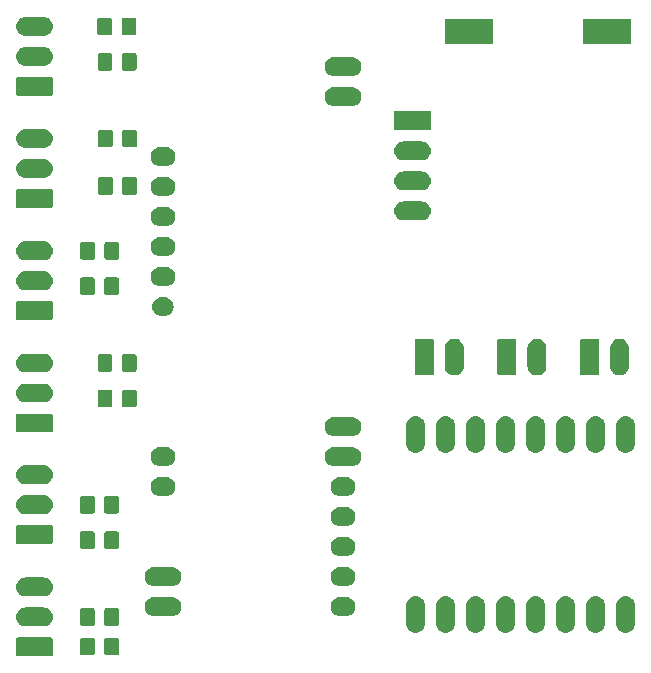
<source format=gbr>
G04 #@! TF.GenerationSoftware,KiCad,Pcbnew,5.0.2*
G04 #@! TF.CreationDate,2019-08-01T22:02:08-03:00*
G04 #@! TF.ProjectId,iceCubeNomeFeio,69636543-7562-4654-9e6f-6d654665696f,rev?*
G04 #@! TF.SameCoordinates,Original*
G04 #@! TF.FileFunction,Soldermask,Bot*
G04 #@! TF.FilePolarity,Negative*
%FSLAX46Y46*%
G04 Gerber Fmt 4.6, Leading zero omitted, Abs format (unit mm)*
G04 Created by KiCad (PCBNEW 5.0.2) date qui 01 ago 2019 22:02:08 -03*
%MOMM*%
%LPD*%
G01*
G04 APERTURE LIST*
%ADD10C,0.100000*%
G04 APERTURE END LIST*
D10*
G36*
X126436834Y-116742315D02*
X126463303Y-116750344D01*
X126487695Y-116763382D01*
X126509073Y-116780927D01*
X126526618Y-116802305D01*
X126539656Y-116826697D01*
X126547685Y-116853166D01*
X126551000Y-116886826D01*
X126551000Y-118193174D01*
X126547685Y-118226834D01*
X126539656Y-118253303D01*
X126526618Y-118277695D01*
X126509073Y-118299073D01*
X126487695Y-118316618D01*
X126463303Y-118329656D01*
X126436834Y-118337685D01*
X126403174Y-118341000D01*
X123596826Y-118341000D01*
X123563166Y-118337685D01*
X123536697Y-118329656D01*
X123512305Y-118316618D01*
X123490927Y-118299073D01*
X123473382Y-118277695D01*
X123460344Y-118253303D01*
X123452315Y-118226834D01*
X123449000Y-118193174D01*
X123449000Y-116886826D01*
X123452315Y-116853166D01*
X123460344Y-116826697D01*
X123473382Y-116802305D01*
X123490927Y-116780927D01*
X123512305Y-116763382D01*
X123536697Y-116750344D01*
X123563166Y-116742315D01*
X123596826Y-116739000D01*
X126403174Y-116739000D01*
X126436834Y-116742315D01*
X126436834Y-116742315D01*
G37*
G36*
X131988677Y-116753465D02*
X132026364Y-116764898D01*
X132061103Y-116783466D01*
X132091548Y-116808452D01*
X132116534Y-116838897D01*
X132135102Y-116873636D01*
X132146535Y-116911323D01*
X132151000Y-116956661D01*
X132151000Y-118043339D01*
X132146535Y-118088677D01*
X132135102Y-118126364D01*
X132116534Y-118161103D01*
X132091548Y-118191548D01*
X132061103Y-118216534D01*
X132026364Y-118235102D01*
X131988677Y-118246535D01*
X131943339Y-118251000D01*
X131106661Y-118251000D01*
X131061323Y-118246535D01*
X131023636Y-118235102D01*
X130988897Y-118216534D01*
X130958452Y-118191548D01*
X130933466Y-118161103D01*
X130914898Y-118126364D01*
X130903465Y-118088677D01*
X130899000Y-118043339D01*
X130899000Y-116956661D01*
X130903465Y-116911323D01*
X130914898Y-116873636D01*
X130933466Y-116838897D01*
X130958452Y-116808452D01*
X130988897Y-116783466D01*
X131023636Y-116764898D01*
X131061323Y-116753465D01*
X131106661Y-116749000D01*
X131943339Y-116749000D01*
X131988677Y-116753465D01*
X131988677Y-116753465D01*
G37*
G36*
X129938677Y-116753465D02*
X129976364Y-116764898D01*
X130011103Y-116783466D01*
X130041548Y-116808452D01*
X130066534Y-116838897D01*
X130085102Y-116873636D01*
X130096535Y-116911323D01*
X130101000Y-116956661D01*
X130101000Y-118043339D01*
X130096535Y-118088677D01*
X130085102Y-118126364D01*
X130066534Y-118161103D01*
X130041548Y-118191548D01*
X130011103Y-118216534D01*
X129976364Y-118235102D01*
X129938677Y-118246535D01*
X129893339Y-118251000D01*
X129056661Y-118251000D01*
X129011323Y-118246535D01*
X128973636Y-118235102D01*
X128938897Y-118216534D01*
X128908452Y-118191548D01*
X128883466Y-118161103D01*
X128864898Y-118126364D01*
X128853465Y-118088677D01*
X128849000Y-118043339D01*
X128849000Y-116956661D01*
X128853465Y-116911323D01*
X128864898Y-116873636D01*
X128883466Y-116838897D01*
X128908452Y-116808452D01*
X128938897Y-116783466D01*
X128973636Y-116764898D01*
X129011323Y-116753465D01*
X129056661Y-116749000D01*
X129893339Y-116749000D01*
X129938677Y-116753465D01*
X129938677Y-116753465D01*
G37*
G36*
X162507025Y-113240590D02*
X162658012Y-113286392D01*
X162797165Y-113360770D01*
X162919133Y-113460867D01*
X163019230Y-113582835D01*
X163093608Y-113721988D01*
X163139410Y-113872975D01*
X163151000Y-113990654D01*
X163151000Y-115569346D01*
X163139410Y-115687025D01*
X163093608Y-115838012D01*
X163019230Y-115977165D01*
X162919136Y-116099130D01*
X162919134Y-116099131D01*
X162919133Y-116099133D01*
X162919129Y-116099136D01*
X162797161Y-116199232D01*
X162658011Y-116273608D01*
X162507024Y-116319410D01*
X162350000Y-116334875D01*
X162192975Y-116319410D01*
X162041988Y-116273608D01*
X161902835Y-116199230D01*
X161780870Y-116099136D01*
X161780869Y-116099134D01*
X161780867Y-116099133D01*
X161730819Y-116038148D01*
X161680768Y-115977161D01*
X161606392Y-115838011D01*
X161560590Y-115687024D01*
X161549000Y-115569345D01*
X161549001Y-113990654D01*
X161560591Y-113872975D01*
X161606393Y-113721988D01*
X161680771Y-113582835D01*
X161780868Y-113460867D01*
X161902836Y-113360770D01*
X162041989Y-113286392D01*
X162192976Y-113240590D01*
X162350000Y-113225125D01*
X162507025Y-113240590D01*
X162507025Y-113240590D01*
G37*
G36*
X165047025Y-113240590D02*
X165198012Y-113286392D01*
X165337165Y-113360770D01*
X165459133Y-113460867D01*
X165559230Y-113582835D01*
X165633608Y-113721988D01*
X165679410Y-113872975D01*
X165691000Y-113990654D01*
X165691000Y-115569346D01*
X165679410Y-115687025D01*
X165633608Y-115838012D01*
X165559230Y-115977165D01*
X165459136Y-116099130D01*
X165459134Y-116099131D01*
X165459133Y-116099133D01*
X165459129Y-116099136D01*
X165337161Y-116199232D01*
X165198011Y-116273608D01*
X165047024Y-116319410D01*
X164890000Y-116334875D01*
X164732975Y-116319410D01*
X164581988Y-116273608D01*
X164442835Y-116199230D01*
X164320870Y-116099136D01*
X164320869Y-116099134D01*
X164320867Y-116099133D01*
X164270819Y-116038148D01*
X164220768Y-115977161D01*
X164146392Y-115838011D01*
X164100590Y-115687024D01*
X164089000Y-115569345D01*
X164089001Y-113990654D01*
X164100591Y-113872975D01*
X164146393Y-113721988D01*
X164220771Y-113582835D01*
X164320868Y-113460867D01*
X164442836Y-113360770D01*
X164581989Y-113286392D01*
X164732976Y-113240590D01*
X164890000Y-113225125D01*
X165047025Y-113240590D01*
X165047025Y-113240590D01*
G37*
G36*
X167587025Y-113240590D02*
X167738012Y-113286392D01*
X167877165Y-113360770D01*
X167999133Y-113460867D01*
X168099230Y-113582835D01*
X168173608Y-113721988D01*
X168219410Y-113872975D01*
X168231000Y-113990654D01*
X168231000Y-115569346D01*
X168219410Y-115687025D01*
X168173608Y-115838012D01*
X168099230Y-115977165D01*
X167999136Y-116099130D01*
X167999134Y-116099131D01*
X167999133Y-116099133D01*
X167999129Y-116099136D01*
X167877161Y-116199232D01*
X167738011Y-116273608D01*
X167587024Y-116319410D01*
X167430000Y-116334875D01*
X167272975Y-116319410D01*
X167121988Y-116273608D01*
X166982835Y-116199230D01*
X166860870Y-116099136D01*
X166860869Y-116099134D01*
X166860867Y-116099133D01*
X166810819Y-116038148D01*
X166760768Y-115977161D01*
X166686392Y-115838011D01*
X166640590Y-115687024D01*
X166629000Y-115569345D01*
X166629001Y-113990654D01*
X166640591Y-113872975D01*
X166686393Y-113721988D01*
X166760771Y-113582835D01*
X166860868Y-113460867D01*
X166982836Y-113360770D01*
X167121989Y-113286392D01*
X167272976Y-113240590D01*
X167430000Y-113225125D01*
X167587025Y-113240590D01*
X167587025Y-113240590D01*
G37*
G36*
X170127025Y-113240590D02*
X170278012Y-113286392D01*
X170417165Y-113360770D01*
X170539133Y-113460867D01*
X170639230Y-113582835D01*
X170713608Y-113721988D01*
X170759410Y-113872975D01*
X170771000Y-113990654D01*
X170771000Y-115569346D01*
X170759410Y-115687025D01*
X170713608Y-115838012D01*
X170639230Y-115977165D01*
X170539136Y-116099130D01*
X170539134Y-116099131D01*
X170539133Y-116099133D01*
X170539129Y-116099136D01*
X170417161Y-116199232D01*
X170278011Y-116273608D01*
X170127024Y-116319410D01*
X169970000Y-116334875D01*
X169812975Y-116319410D01*
X169661988Y-116273608D01*
X169522835Y-116199230D01*
X169400870Y-116099136D01*
X169400869Y-116099134D01*
X169400867Y-116099133D01*
X169350819Y-116038148D01*
X169300768Y-115977161D01*
X169226392Y-115838011D01*
X169180590Y-115687024D01*
X169169000Y-115569345D01*
X169169001Y-113990654D01*
X169180591Y-113872975D01*
X169226393Y-113721988D01*
X169300771Y-113582835D01*
X169400868Y-113460867D01*
X169522836Y-113360770D01*
X169661989Y-113286392D01*
X169812976Y-113240590D01*
X169970000Y-113225125D01*
X170127025Y-113240590D01*
X170127025Y-113240590D01*
G37*
G36*
X175207025Y-113240590D02*
X175358012Y-113286392D01*
X175497165Y-113360770D01*
X175619133Y-113460867D01*
X175719230Y-113582835D01*
X175793608Y-113721988D01*
X175839410Y-113872975D01*
X175851000Y-113990654D01*
X175851000Y-115569346D01*
X175839410Y-115687025D01*
X175793608Y-115838012D01*
X175719230Y-115977165D01*
X175619136Y-116099130D01*
X175619134Y-116099131D01*
X175619133Y-116099133D01*
X175619129Y-116099136D01*
X175497161Y-116199232D01*
X175358011Y-116273608D01*
X175207024Y-116319410D01*
X175050000Y-116334875D01*
X174892975Y-116319410D01*
X174741988Y-116273608D01*
X174602835Y-116199230D01*
X174480870Y-116099136D01*
X174480869Y-116099134D01*
X174480867Y-116099133D01*
X174430819Y-116038148D01*
X174380768Y-115977161D01*
X174306392Y-115838011D01*
X174260590Y-115687024D01*
X174249000Y-115569345D01*
X174249001Y-113990654D01*
X174260591Y-113872975D01*
X174306393Y-113721988D01*
X174380771Y-113582835D01*
X174480868Y-113460867D01*
X174602836Y-113360770D01*
X174741989Y-113286392D01*
X174892976Y-113240590D01*
X175050000Y-113225125D01*
X175207025Y-113240590D01*
X175207025Y-113240590D01*
G37*
G36*
X159967025Y-113240590D02*
X160118012Y-113286392D01*
X160257165Y-113360770D01*
X160379133Y-113460867D01*
X160479230Y-113582835D01*
X160553608Y-113721988D01*
X160599410Y-113872975D01*
X160611000Y-113990654D01*
X160611000Y-115569346D01*
X160599410Y-115687025D01*
X160553608Y-115838012D01*
X160479230Y-115977165D01*
X160379136Y-116099130D01*
X160379134Y-116099131D01*
X160379133Y-116099133D01*
X160379129Y-116099136D01*
X160257161Y-116199232D01*
X160118011Y-116273608D01*
X159967024Y-116319410D01*
X159810000Y-116334875D01*
X159652975Y-116319410D01*
X159501988Y-116273608D01*
X159362835Y-116199230D01*
X159240870Y-116099136D01*
X159240869Y-116099134D01*
X159240867Y-116099133D01*
X159190819Y-116038148D01*
X159140768Y-115977161D01*
X159066392Y-115838011D01*
X159020590Y-115687024D01*
X159009000Y-115569345D01*
X159009001Y-113990654D01*
X159020591Y-113872975D01*
X159066393Y-113721988D01*
X159140771Y-113582835D01*
X159240868Y-113460867D01*
X159362836Y-113360770D01*
X159501989Y-113286392D01*
X159652976Y-113240590D01*
X159810000Y-113225125D01*
X159967025Y-113240590D01*
X159967025Y-113240590D01*
G37*
G36*
X157427025Y-113240590D02*
X157578012Y-113286392D01*
X157717165Y-113360770D01*
X157839133Y-113460867D01*
X157939230Y-113582835D01*
X158013608Y-113721988D01*
X158059410Y-113872975D01*
X158071000Y-113990654D01*
X158071000Y-115569346D01*
X158059410Y-115687025D01*
X158013608Y-115838012D01*
X157939230Y-115977165D01*
X157839136Y-116099130D01*
X157839134Y-116099131D01*
X157839133Y-116099133D01*
X157839129Y-116099136D01*
X157717161Y-116199232D01*
X157578011Y-116273608D01*
X157427024Y-116319410D01*
X157270000Y-116334875D01*
X157112975Y-116319410D01*
X156961988Y-116273608D01*
X156822835Y-116199230D01*
X156700870Y-116099136D01*
X156700869Y-116099134D01*
X156700867Y-116099133D01*
X156650819Y-116038148D01*
X156600768Y-115977161D01*
X156526392Y-115838011D01*
X156480590Y-115687024D01*
X156469000Y-115569345D01*
X156469001Y-113990654D01*
X156480591Y-113872975D01*
X156526393Y-113721988D01*
X156600771Y-113582835D01*
X156700868Y-113460867D01*
X156822836Y-113360770D01*
X156961989Y-113286392D01*
X157112976Y-113240590D01*
X157270000Y-113225125D01*
X157427025Y-113240590D01*
X157427025Y-113240590D01*
G37*
G36*
X172667025Y-113240590D02*
X172818012Y-113286392D01*
X172957165Y-113360770D01*
X173079133Y-113460867D01*
X173179230Y-113582835D01*
X173253608Y-113721988D01*
X173299410Y-113872975D01*
X173311000Y-113990654D01*
X173311000Y-115569346D01*
X173299410Y-115687025D01*
X173253608Y-115838012D01*
X173179230Y-115977165D01*
X173079136Y-116099130D01*
X173079134Y-116099131D01*
X173079133Y-116099133D01*
X173079129Y-116099136D01*
X172957161Y-116199232D01*
X172818011Y-116273608D01*
X172667024Y-116319410D01*
X172510000Y-116334875D01*
X172352975Y-116319410D01*
X172201988Y-116273608D01*
X172062835Y-116199230D01*
X171940870Y-116099136D01*
X171940869Y-116099134D01*
X171940867Y-116099133D01*
X171890819Y-116038148D01*
X171840768Y-115977161D01*
X171766392Y-115838011D01*
X171720590Y-115687024D01*
X171709000Y-115569345D01*
X171709001Y-113990654D01*
X171720591Y-113872975D01*
X171766393Y-113721988D01*
X171840771Y-113582835D01*
X171940868Y-113460867D01*
X172062836Y-113360770D01*
X172201989Y-113286392D01*
X172352976Y-113240590D01*
X172510000Y-113225125D01*
X172667025Y-113240590D01*
X172667025Y-113240590D01*
G37*
G36*
X125907025Y-114210590D02*
X126058012Y-114256392D01*
X126197165Y-114330770D01*
X126319133Y-114430867D01*
X126419230Y-114552835D01*
X126493608Y-114691988D01*
X126539410Y-114842975D01*
X126554875Y-115000000D01*
X126539410Y-115157025D01*
X126493608Y-115308012D01*
X126419230Y-115447165D01*
X126319133Y-115569133D01*
X126197165Y-115669230D01*
X126058012Y-115743608D01*
X125907025Y-115789410D01*
X125789346Y-115801000D01*
X124210654Y-115801000D01*
X124092975Y-115789410D01*
X123941988Y-115743608D01*
X123802835Y-115669230D01*
X123680867Y-115569133D01*
X123580770Y-115447165D01*
X123506392Y-115308012D01*
X123460590Y-115157025D01*
X123445125Y-115000000D01*
X123460590Y-114842975D01*
X123506392Y-114691988D01*
X123580770Y-114552835D01*
X123680867Y-114430867D01*
X123802835Y-114330770D01*
X123941988Y-114256392D01*
X124092975Y-114210590D01*
X124210654Y-114199000D01*
X125789346Y-114199000D01*
X125907025Y-114210590D01*
X125907025Y-114210590D01*
G37*
G36*
X129938677Y-114253465D02*
X129976364Y-114264898D01*
X130011103Y-114283466D01*
X130041548Y-114308452D01*
X130066534Y-114338897D01*
X130085102Y-114373636D01*
X130096535Y-114411323D01*
X130101000Y-114456661D01*
X130101000Y-115543339D01*
X130096535Y-115588677D01*
X130085102Y-115626364D01*
X130066534Y-115661103D01*
X130041548Y-115691548D01*
X130011103Y-115716534D01*
X129976364Y-115735102D01*
X129938677Y-115746535D01*
X129893339Y-115751000D01*
X129056661Y-115751000D01*
X129011323Y-115746535D01*
X128973636Y-115735102D01*
X128938897Y-115716534D01*
X128908452Y-115691548D01*
X128883466Y-115661103D01*
X128864898Y-115626364D01*
X128853465Y-115588677D01*
X128849000Y-115543339D01*
X128849000Y-114456661D01*
X128853465Y-114411323D01*
X128864898Y-114373636D01*
X128883466Y-114338897D01*
X128908452Y-114308452D01*
X128938897Y-114283466D01*
X128973636Y-114264898D01*
X129011323Y-114253465D01*
X129056661Y-114249000D01*
X129893339Y-114249000D01*
X129938677Y-114253465D01*
X129938677Y-114253465D01*
G37*
G36*
X131988677Y-114253465D02*
X132026364Y-114264898D01*
X132061103Y-114283466D01*
X132091548Y-114308452D01*
X132116534Y-114338897D01*
X132135102Y-114373636D01*
X132146535Y-114411323D01*
X132151000Y-114456661D01*
X132151000Y-115543339D01*
X132146535Y-115588677D01*
X132135102Y-115626364D01*
X132116534Y-115661103D01*
X132091548Y-115691548D01*
X132061103Y-115716534D01*
X132026364Y-115735102D01*
X131988677Y-115746535D01*
X131943339Y-115751000D01*
X131106661Y-115751000D01*
X131061323Y-115746535D01*
X131023636Y-115735102D01*
X130988897Y-115716534D01*
X130958452Y-115691548D01*
X130933466Y-115661103D01*
X130914898Y-115626364D01*
X130903465Y-115588677D01*
X130899000Y-115543339D01*
X130899000Y-114456661D01*
X130903465Y-114411323D01*
X130914898Y-114373636D01*
X130933466Y-114338897D01*
X130958452Y-114308452D01*
X130988897Y-114283466D01*
X131023636Y-114264898D01*
X131061323Y-114253465D01*
X131106661Y-114249000D01*
X131943339Y-114249000D01*
X131988677Y-114253465D01*
X131988677Y-114253465D01*
G37*
G36*
X151527025Y-113340590D02*
X151678012Y-113386392D01*
X151817165Y-113460770D01*
X151939133Y-113560867D01*
X152039230Y-113682835D01*
X152113608Y-113821988D01*
X152159410Y-113972975D01*
X152174875Y-114130000D01*
X152159410Y-114287025D01*
X152113608Y-114438012D01*
X152039230Y-114577165D01*
X151939133Y-114699133D01*
X151817165Y-114799230D01*
X151678012Y-114873608D01*
X151527025Y-114919410D01*
X151409346Y-114931000D01*
X150830654Y-114931000D01*
X150712975Y-114919410D01*
X150561988Y-114873608D01*
X150422835Y-114799230D01*
X150300867Y-114699133D01*
X150200770Y-114577165D01*
X150126392Y-114438012D01*
X150080590Y-114287025D01*
X150065125Y-114130000D01*
X150080590Y-113972975D01*
X150126392Y-113821988D01*
X150200770Y-113682835D01*
X150300867Y-113560867D01*
X150422835Y-113460770D01*
X150561988Y-113386392D01*
X150712975Y-113340590D01*
X150830654Y-113329000D01*
X151409346Y-113329000D01*
X151527025Y-113340590D01*
X151527025Y-113340590D01*
G37*
G36*
X136787025Y-113340590D02*
X136938012Y-113386392D01*
X137077165Y-113460770D01*
X137199133Y-113560867D01*
X137299230Y-113682835D01*
X137373608Y-113821988D01*
X137419410Y-113972975D01*
X137434875Y-114130000D01*
X137419410Y-114287025D01*
X137373608Y-114438012D01*
X137299230Y-114577165D01*
X137199133Y-114699133D01*
X137077165Y-114799230D01*
X136938012Y-114873608D01*
X136787025Y-114919410D01*
X136669346Y-114931000D01*
X135090654Y-114931000D01*
X134972975Y-114919410D01*
X134821988Y-114873608D01*
X134682835Y-114799230D01*
X134560867Y-114699133D01*
X134460770Y-114577165D01*
X134386392Y-114438012D01*
X134340590Y-114287025D01*
X134325125Y-114130000D01*
X134340590Y-113972975D01*
X134386392Y-113821988D01*
X134460770Y-113682835D01*
X134560867Y-113560867D01*
X134682835Y-113460770D01*
X134821988Y-113386392D01*
X134972975Y-113340590D01*
X135090654Y-113329000D01*
X136669346Y-113329000D01*
X136787025Y-113340590D01*
X136787025Y-113340590D01*
G37*
G36*
X125907025Y-111670590D02*
X126058012Y-111716392D01*
X126197165Y-111790770D01*
X126319133Y-111890867D01*
X126419230Y-112012835D01*
X126493608Y-112151988D01*
X126539410Y-112302975D01*
X126554875Y-112460000D01*
X126539410Y-112617025D01*
X126493608Y-112768012D01*
X126419230Y-112907165D01*
X126319133Y-113029133D01*
X126197165Y-113129230D01*
X126058012Y-113203608D01*
X125907025Y-113249410D01*
X125789346Y-113261000D01*
X124210654Y-113261000D01*
X124092975Y-113249410D01*
X123941988Y-113203608D01*
X123802835Y-113129230D01*
X123680867Y-113029133D01*
X123580770Y-112907165D01*
X123506392Y-112768012D01*
X123460590Y-112617025D01*
X123445125Y-112460000D01*
X123460590Y-112302975D01*
X123506392Y-112151988D01*
X123580770Y-112012835D01*
X123680867Y-111890867D01*
X123802835Y-111790770D01*
X123941988Y-111716392D01*
X124092975Y-111670590D01*
X124210654Y-111659000D01*
X125789346Y-111659000D01*
X125907025Y-111670590D01*
X125907025Y-111670590D01*
G37*
G36*
X136787025Y-110800590D02*
X136938012Y-110846392D01*
X137077165Y-110920770D01*
X137199133Y-111020867D01*
X137299230Y-111142835D01*
X137373608Y-111281988D01*
X137419410Y-111432975D01*
X137434875Y-111590000D01*
X137419410Y-111747025D01*
X137373608Y-111898012D01*
X137299230Y-112037165D01*
X137199133Y-112159133D01*
X137077165Y-112259230D01*
X136938012Y-112333608D01*
X136787025Y-112379410D01*
X136669346Y-112391000D01*
X135090654Y-112391000D01*
X134972975Y-112379410D01*
X134821988Y-112333608D01*
X134682835Y-112259230D01*
X134560867Y-112159133D01*
X134460770Y-112037165D01*
X134386392Y-111898012D01*
X134340590Y-111747025D01*
X134325125Y-111590000D01*
X134340590Y-111432975D01*
X134386392Y-111281988D01*
X134460770Y-111142835D01*
X134560867Y-111020867D01*
X134682835Y-110920770D01*
X134821988Y-110846392D01*
X134972975Y-110800590D01*
X135090654Y-110789000D01*
X136669346Y-110789000D01*
X136787025Y-110800590D01*
X136787025Y-110800590D01*
G37*
G36*
X151527025Y-110800590D02*
X151678012Y-110846392D01*
X151817165Y-110920770D01*
X151939133Y-111020867D01*
X152039230Y-111142835D01*
X152113608Y-111281988D01*
X152159410Y-111432975D01*
X152174875Y-111590000D01*
X152159410Y-111747025D01*
X152113608Y-111898012D01*
X152039230Y-112037165D01*
X151939133Y-112159133D01*
X151817165Y-112259230D01*
X151678012Y-112333608D01*
X151527025Y-112379410D01*
X151409346Y-112391000D01*
X150830654Y-112391000D01*
X150712975Y-112379410D01*
X150561988Y-112333608D01*
X150422835Y-112259230D01*
X150300867Y-112159133D01*
X150200770Y-112037165D01*
X150126392Y-111898012D01*
X150080590Y-111747025D01*
X150065125Y-111590000D01*
X150080590Y-111432975D01*
X150126392Y-111281988D01*
X150200770Y-111142835D01*
X150300867Y-111020867D01*
X150422835Y-110920770D01*
X150561988Y-110846392D01*
X150712975Y-110800590D01*
X150830654Y-110789000D01*
X151409346Y-110789000D01*
X151527025Y-110800590D01*
X151527025Y-110800590D01*
G37*
G36*
X151527025Y-108260590D02*
X151678012Y-108306392D01*
X151817165Y-108380770D01*
X151939133Y-108480867D01*
X152039230Y-108602835D01*
X152113608Y-108741988D01*
X152159410Y-108892975D01*
X152174875Y-109050000D01*
X152159410Y-109207025D01*
X152113608Y-109358012D01*
X152039230Y-109497165D01*
X151939133Y-109619133D01*
X151817165Y-109719230D01*
X151678012Y-109793608D01*
X151527025Y-109839410D01*
X151409346Y-109851000D01*
X150830654Y-109851000D01*
X150712975Y-109839410D01*
X150561988Y-109793608D01*
X150422835Y-109719230D01*
X150300867Y-109619133D01*
X150200770Y-109497165D01*
X150126392Y-109358012D01*
X150080590Y-109207025D01*
X150065125Y-109050000D01*
X150080590Y-108892975D01*
X150126392Y-108741988D01*
X150200770Y-108602835D01*
X150300867Y-108480867D01*
X150422835Y-108380770D01*
X150561988Y-108306392D01*
X150712975Y-108260590D01*
X150830654Y-108249000D01*
X151409346Y-108249000D01*
X151527025Y-108260590D01*
X151527025Y-108260590D01*
G37*
G36*
X131988677Y-107753465D02*
X132026364Y-107764898D01*
X132061103Y-107783466D01*
X132091548Y-107808452D01*
X132116534Y-107838897D01*
X132135102Y-107873636D01*
X132146535Y-107911323D01*
X132151000Y-107956661D01*
X132151000Y-109043339D01*
X132146535Y-109088677D01*
X132135102Y-109126364D01*
X132116534Y-109161103D01*
X132091548Y-109191548D01*
X132061103Y-109216534D01*
X132026364Y-109235102D01*
X131988677Y-109246535D01*
X131943339Y-109251000D01*
X131106661Y-109251000D01*
X131061323Y-109246535D01*
X131023636Y-109235102D01*
X130988897Y-109216534D01*
X130958452Y-109191548D01*
X130933466Y-109161103D01*
X130914898Y-109126364D01*
X130903465Y-109088677D01*
X130899000Y-109043339D01*
X130899000Y-107956661D01*
X130903465Y-107911323D01*
X130914898Y-107873636D01*
X130933466Y-107838897D01*
X130958452Y-107808452D01*
X130988897Y-107783466D01*
X131023636Y-107764898D01*
X131061323Y-107753465D01*
X131106661Y-107749000D01*
X131943339Y-107749000D01*
X131988677Y-107753465D01*
X131988677Y-107753465D01*
G37*
G36*
X129938677Y-107753465D02*
X129976364Y-107764898D01*
X130011103Y-107783466D01*
X130041548Y-107808452D01*
X130066534Y-107838897D01*
X130085102Y-107873636D01*
X130096535Y-107911323D01*
X130101000Y-107956661D01*
X130101000Y-109043339D01*
X130096535Y-109088677D01*
X130085102Y-109126364D01*
X130066534Y-109161103D01*
X130041548Y-109191548D01*
X130011103Y-109216534D01*
X129976364Y-109235102D01*
X129938677Y-109246535D01*
X129893339Y-109251000D01*
X129056661Y-109251000D01*
X129011323Y-109246535D01*
X128973636Y-109235102D01*
X128938897Y-109216534D01*
X128908452Y-109191548D01*
X128883466Y-109161103D01*
X128864898Y-109126364D01*
X128853465Y-109088677D01*
X128849000Y-109043339D01*
X128849000Y-107956661D01*
X128853465Y-107911323D01*
X128864898Y-107873636D01*
X128883466Y-107838897D01*
X128908452Y-107808452D01*
X128938897Y-107783466D01*
X128973636Y-107764898D01*
X129011323Y-107753465D01*
X129056661Y-107749000D01*
X129893339Y-107749000D01*
X129938677Y-107753465D01*
X129938677Y-107753465D01*
G37*
G36*
X126436834Y-107242315D02*
X126463303Y-107250344D01*
X126487695Y-107263382D01*
X126509073Y-107280927D01*
X126526618Y-107302305D01*
X126539656Y-107326697D01*
X126547685Y-107353166D01*
X126551000Y-107386826D01*
X126551000Y-108693174D01*
X126547685Y-108726834D01*
X126539656Y-108753303D01*
X126526618Y-108777695D01*
X126509073Y-108799073D01*
X126487695Y-108816618D01*
X126463303Y-108829656D01*
X126436834Y-108837685D01*
X126403174Y-108841000D01*
X123596826Y-108841000D01*
X123563166Y-108837685D01*
X123536697Y-108829656D01*
X123512305Y-108816618D01*
X123490927Y-108799073D01*
X123473382Y-108777695D01*
X123460344Y-108753303D01*
X123452315Y-108726834D01*
X123449000Y-108693174D01*
X123449000Y-107386826D01*
X123452315Y-107353166D01*
X123460344Y-107326697D01*
X123473382Y-107302305D01*
X123490927Y-107280927D01*
X123512305Y-107263382D01*
X123536697Y-107250344D01*
X123563166Y-107242315D01*
X123596826Y-107239000D01*
X126403174Y-107239000D01*
X126436834Y-107242315D01*
X126436834Y-107242315D01*
G37*
G36*
X151527025Y-105720590D02*
X151678012Y-105766392D01*
X151817165Y-105840770D01*
X151939133Y-105940867D01*
X152039230Y-106062835D01*
X152113608Y-106201988D01*
X152159410Y-106352975D01*
X152174875Y-106510000D01*
X152159410Y-106667025D01*
X152113608Y-106818012D01*
X152039230Y-106957165D01*
X151939133Y-107079133D01*
X151817165Y-107179230D01*
X151678012Y-107253608D01*
X151527025Y-107299410D01*
X151409346Y-107311000D01*
X150830654Y-107311000D01*
X150712975Y-107299410D01*
X150561988Y-107253608D01*
X150422835Y-107179230D01*
X150300867Y-107079133D01*
X150200770Y-106957165D01*
X150126392Y-106818012D01*
X150080590Y-106667025D01*
X150065125Y-106510000D01*
X150080590Y-106352975D01*
X150126392Y-106201988D01*
X150200770Y-106062835D01*
X150300867Y-105940867D01*
X150422835Y-105840770D01*
X150561988Y-105766392D01*
X150712975Y-105720590D01*
X150830654Y-105709000D01*
X151409346Y-105709000D01*
X151527025Y-105720590D01*
X151527025Y-105720590D01*
G37*
G36*
X125907025Y-104710590D02*
X126058012Y-104756392D01*
X126197165Y-104830770D01*
X126319133Y-104930867D01*
X126419230Y-105052835D01*
X126493608Y-105191988D01*
X126539410Y-105342975D01*
X126554875Y-105500000D01*
X126539410Y-105657025D01*
X126493608Y-105808012D01*
X126419230Y-105947165D01*
X126319133Y-106069133D01*
X126197165Y-106169230D01*
X126058012Y-106243608D01*
X125907025Y-106289410D01*
X125789346Y-106301000D01*
X124210654Y-106301000D01*
X124092975Y-106289410D01*
X123941988Y-106243608D01*
X123802835Y-106169230D01*
X123680867Y-106069133D01*
X123580770Y-105947165D01*
X123506392Y-105808012D01*
X123460590Y-105657025D01*
X123445125Y-105500000D01*
X123460590Y-105342975D01*
X123506392Y-105191988D01*
X123580770Y-105052835D01*
X123680867Y-104930867D01*
X123802835Y-104830770D01*
X123941988Y-104756392D01*
X124092975Y-104710590D01*
X124210654Y-104699000D01*
X125789346Y-104699000D01*
X125907025Y-104710590D01*
X125907025Y-104710590D01*
G37*
G36*
X129938677Y-104753465D02*
X129976364Y-104764898D01*
X130011103Y-104783466D01*
X130041548Y-104808452D01*
X130066534Y-104838897D01*
X130085102Y-104873636D01*
X130096535Y-104911323D01*
X130101000Y-104956661D01*
X130101000Y-106043339D01*
X130096535Y-106088677D01*
X130085102Y-106126364D01*
X130066534Y-106161103D01*
X130041548Y-106191548D01*
X130011103Y-106216534D01*
X129976364Y-106235102D01*
X129938677Y-106246535D01*
X129893339Y-106251000D01*
X129056661Y-106251000D01*
X129011323Y-106246535D01*
X128973636Y-106235102D01*
X128938897Y-106216534D01*
X128908452Y-106191548D01*
X128883466Y-106161103D01*
X128864898Y-106126364D01*
X128853465Y-106088677D01*
X128849000Y-106043339D01*
X128849000Y-104956661D01*
X128853465Y-104911323D01*
X128864898Y-104873636D01*
X128883466Y-104838897D01*
X128908452Y-104808452D01*
X128938897Y-104783466D01*
X128973636Y-104764898D01*
X129011323Y-104753465D01*
X129056661Y-104749000D01*
X129893339Y-104749000D01*
X129938677Y-104753465D01*
X129938677Y-104753465D01*
G37*
G36*
X131988677Y-104753465D02*
X132026364Y-104764898D01*
X132061103Y-104783466D01*
X132091548Y-104808452D01*
X132116534Y-104838897D01*
X132135102Y-104873636D01*
X132146535Y-104911323D01*
X132151000Y-104956661D01*
X132151000Y-106043339D01*
X132146535Y-106088677D01*
X132135102Y-106126364D01*
X132116534Y-106161103D01*
X132091548Y-106191548D01*
X132061103Y-106216534D01*
X132026364Y-106235102D01*
X131988677Y-106246535D01*
X131943339Y-106251000D01*
X131106661Y-106251000D01*
X131061323Y-106246535D01*
X131023636Y-106235102D01*
X130988897Y-106216534D01*
X130958452Y-106191548D01*
X130933466Y-106161103D01*
X130914898Y-106126364D01*
X130903465Y-106088677D01*
X130899000Y-106043339D01*
X130899000Y-104956661D01*
X130903465Y-104911323D01*
X130914898Y-104873636D01*
X130933466Y-104838897D01*
X130958452Y-104808452D01*
X130988897Y-104783466D01*
X131023636Y-104764898D01*
X131061323Y-104753465D01*
X131106661Y-104749000D01*
X131943339Y-104749000D01*
X131988677Y-104753465D01*
X131988677Y-104753465D01*
G37*
G36*
X136287025Y-103180590D02*
X136438012Y-103226392D01*
X136577165Y-103300770D01*
X136699133Y-103400867D01*
X136799230Y-103522835D01*
X136873608Y-103661988D01*
X136919410Y-103812975D01*
X136934875Y-103970000D01*
X136919410Y-104127025D01*
X136873608Y-104278012D01*
X136799230Y-104417165D01*
X136699133Y-104539133D01*
X136577165Y-104639230D01*
X136438012Y-104713608D01*
X136287025Y-104759410D01*
X136169346Y-104771000D01*
X135590654Y-104771000D01*
X135472975Y-104759410D01*
X135321988Y-104713608D01*
X135182835Y-104639230D01*
X135060867Y-104539133D01*
X134960770Y-104417165D01*
X134886392Y-104278012D01*
X134840590Y-104127025D01*
X134825125Y-103970000D01*
X134840590Y-103812975D01*
X134886392Y-103661988D01*
X134960770Y-103522835D01*
X135060867Y-103400867D01*
X135182835Y-103300770D01*
X135321988Y-103226392D01*
X135472975Y-103180590D01*
X135590654Y-103169000D01*
X136169346Y-103169000D01*
X136287025Y-103180590D01*
X136287025Y-103180590D01*
G37*
G36*
X151527025Y-103180590D02*
X151678012Y-103226392D01*
X151817165Y-103300770D01*
X151939133Y-103400867D01*
X152039230Y-103522835D01*
X152113608Y-103661988D01*
X152159410Y-103812975D01*
X152174875Y-103970000D01*
X152159410Y-104127025D01*
X152113608Y-104278012D01*
X152039230Y-104417165D01*
X151939133Y-104539133D01*
X151817165Y-104639230D01*
X151678012Y-104713608D01*
X151527025Y-104759410D01*
X151409346Y-104771000D01*
X150830654Y-104771000D01*
X150712975Y-104759410D01*
X150561988Y-104713608D01*
X150422835Y-104639230D01*
X150300867Y-104539133D01*
X150200770Y-104417165D01*
X150126392Y-104278012D01*
X150080590Y-104127025D01*
X150065125Y-103970000D01*
X150080590Y-103812975D01*
X150126392Y-103661988D01*
X150200770Y-103522835D01*
X150300867Y-103400867D01*
X150422835Y-103300770D01*
X150561988Y-103226392D01*
X150712975Y-103180590D01*
X150830654Y-103169000D01*
X151409346Y-103169000D01*
X151527025Y-103180590D01*
X151527025Y-103180590D01*
G37*
G36*
X125907025Y-102170590D02*
X126058012Y-102216392D01*
X126197165Y-102290770D01*
X126319133Y-102390867D01*
X126419230Y-102512835D01*
X126493608Y-102651988D01*
X126539410Y-102802975D01*
X126554875Y-102960000D01*
X126539410Y-103117025D01*
X126493608Y-103268012D01*
X126419230Y-103407165D01*
X126319133Y-103529133D01*
X126197165Y-103629230D01*
X126058012Y-103703608D01*
X125907025Y-103749410D01*
X125789346Y-103761000D01*
X124210654Y-103761000D01*
X124092975Y-103749410D01*
X123941988Y-103703608D01*
X123802835Y-103629230D01*
X123680867Y-103529133D01*
X123580770Y-103407165D01*
X123506392Y-103268012D01*
X123460590Y-103117025D01*
X123445125Y-102960000D01*
X123460590Y-102802975D01*
X123506392Y-102651988D01*
X123580770Y-102512835D01*
X123680867Y-102390867D01*
X123802835Y-102290770D01*
X123941988Y-102216392D01*
X124092975Y-102170590D01*
X124210654Y-102159000D01*
X125789346Y-102159000D01*
X125907025Y-102170590D01*
X125907025Y-102170590D01*
G37*
G36*
X152027025Y-100640590D02*
X152178012Y-100686392D01*
X152317165Y-100760770D01*
X152439133Y-100860867D01*
X152539230Y-100982835D01*
X152613608Y-101121988D01*
X152659410Y-101272975D01*
X152674875Y-101430000D01*
X152659410Y-101587025D01*
X152613608Y-101738012D01*
X152539230Y-101877165D01*
X152439133Y-101999133D01*
X152317165Y-102099230D01*
X152178012Y-102173608D01*
X152027025Y-102219410D01*
X151909346Y-102231000D01*
X150330654Y-102231000D01*
X150212975Y-102219410D01*
X150061988Y-102173608D01*
X149922835Y-102099230D01*
X149800867Y-101999133D01*
X149700770Y-101877165D01*
X149626392Y-101738012D01*
X149580590Y-101587025D01*
X149565125Y-101430000D01*
X149580590Y-101272975D01*
X149626392Y-101121988D01*
X149700770Y-100982835D01*
X149800867Y-100860867D01*
X149922835Y-100760770D01*
X150061988Y-100686392D01*
X150212975Y-100640590D01*
X150330654Y-100629000D01*
X151909346Y-100629000D01*
X152027025Y-100640590D01*
X152027025Y-100640590D01*
G37*
G36*
X136287025Y-100640590D02*
X136438012Y-100686392D01*
X136577165Y-100760770D01*
X136699133Y-100860867D01*
X136799230Y-100982835D01*
X136873608Y-101121988D01*
X136919410Y-101272975D01*
X136934875Y-101430000D01*
X136919410Y-101587025D01*
X136873608Y-101738012D01*
X136799230Y-101877165D01*
X136699133Y-101999133D01*
X136577165Y-102099230D01*
X136438012Y-102173608D01*
X136287025Y-102219410D01*
X136169346Y-102231000D01*
X135590654Y-102231000D01*
X135472975Y-102219410D01*
X135321988Y-102173608D01*
X135182835Y-102099230D01*
X135060867Y-101999133D01*
X134960770Y-101877165D01*
X134886392Y-101738012D01*
X134840590Y-101587025D01*
X134825125Y-101430000D01*
X134840590Y-101272975D01*
X134886392Y-101121988D01*
X134960770Y-100982835D01*
X135060867Y-100860867D01*
X135182835Y-100760770D01*
X135321988Y-100686392D01*
X135472975Y-100640590D01*
X135590654Y-100629000D01*
X136169346Y-100629000D01*
X136287025Y-100640590D01*
X136287025Y-100640590D01*
G37*
G36*
X170127025Y-98000590D02*
X170278012Y-98046392D01*
X170417165Y-98120770D01*
X170539133Y-98220867D01*
X170639230Y-98342835D01*
X170713608Y-98481988D01*
X170759410Y-98632975D01*
X170771000Y-98750654D01*
X170771000Y-100329346D01*
X170759410Y-100447025D01*
X170713608Y-100598012D01*
X170639230Y-100737165D01*
X170539136Y-100859130D01*
X170539134Y-100859131D01*
X170539133Y-100859133D01*
X170478148Y-100909181D01*
X170417161Y-100959232D01*
X170278011Y-101033608D01*
X170127024Y-101079410D01*
X169970000Y-101094875D01*
X169812975Y-101079410D01*
X169661988Y-101033608D01*
X169522835Y-100959230D01*
X169400870Y-100859136D01*
X169400869Y-100859134D01*
X169400867Y-100859133D01*
X169320144Y-100760771D01*
X169300768Y-100737161D01*
X169226392Y-100598011D01*
X169180590Y-100447024D01*
X169169000Y-100329345D01*
X169169001Y-98750654D01*
X169180591Y-98632975D01*
X169226393Y-98481988D01*
X169300771Y-98342835D01*
X169400868Y-98220867D01*
X169522836Y-98120770D01*
X169661989Y-98046392D01*
X169812976Y-98000590D01*
X169970000Y-97985125D01*
X170127025Y-98000590D01*
X170127025Y-98000590D01*
G37*
G36*
X165047025Y-98000590D02*
X165198012Y-98046392D01*
X165337165Y-98120770D01*
X165459133Y-98220867D01*
X165559230Y-98342835D01*
X165633608Y-98481988D01*
X165679410Y-98632975D01*
X165691000Y-98750654D01*
X165691000Y-100329346D01*
X165679410Y-100447025D01*
X165633608Y-100598012D01*
X165559230Y-100737165D01*
X165459136Y-100859130D01*
X165459134Y-100859131D01*
X165459133Y-100859133D01*
X165398148Y-100909181D01*
X165337161Y-100959232D01*
X165198011Y-101033608D01*
X165047024Y-101079410D01*
X164890000Y-101094875D01*
X164732975Y-101079410D01*
X164581988Y-101033608D01*
X164442835Y-100959230D01*
X164320870Y-100859136D01*
X164320869Y-100859134D01*
X164320867Y-100859133D01*
X164240144Y-100760771D01*
X164220768Y-100737161D01*
X164146392Y-100598011D01*
X164100590Y-100447024D01*
X164089000Y-100329345D01*
X164089001Y-98750654D01*
X164100591Y-98632975D01*
X164146393Y-98481988D01*
X164220771Y-98342835D01*
X164320868Y-98220867D01*
X164442836Y-98120770D01*
X164581989Y-98046392D01*
X164732976Y-98000590D01*
X164890000Y-97985125D01*
X165047025Y-98000590D01*
X165047025Y-98000590D01*
G37*
G36*
X162507025Y-98000590D02*
X162658012Y-98046392D01*
X162797165Y-98120770D01*
X162919133Y-98220867D01*
X163019230Y-98342835D01*
X163093608Y-98481988D01*
X163139410Y-98632975D01*
X163151000Y-98750654D01*
X163151000Y-100329346D01*
X163139410Y-100447025D01*
X163093608Y-100598012D01*
X163019230Y-100737165D01*
X162919136Y-100859130D01*
X162919134Y-100859131D01*
X162919133Y-100859133D01*
X162858148Y-100909181D01*
X162797161Y-100959232D01*
X162658011Y-101033608D01*
X162507024Y-101079410D01*
X162350000Y-101094875D01*
X162192975Y-101079410D01*
X162041988Y-101033608D01*
X161902835Y-100959230D01*
X161780870Y-100859136D01*
X161780869Y-100859134D01*
X161780867Y-100859133D01*
X161700144Y-100760771D01*
X161680768Y-100737161D01*
X161606392Y-100598011D01*
X161560590Y-100447024D01*
X161549000Y-100329345D01*
X161549001Y-98750654D01*
X161560591Y-98632975D01*
X161606393Y-98481988D01*
X161680771Y-98342835D01*
X161780868Y-98220867D01*
X161902836Y-98120770D01*
X162041989Y-98046392D01*
X162192976Y-98000590D01*
X162350000Y-97985125D01*
X162507025Y-98000590D01*
X162507025Y-98000590D01*
G37*
G36*
X159967025Y-98000590D02*
X160118012Y-98046392D01*
X160257165Y-98120770D01*
X160379133Y-98220867D01*
X160479230Y-98342835D01*
X160553608Y-98481988D01*
X160599410Y-98632975D01*
X160611000Y-98750654D01*
X160611000Y-100329346D01*
X160599410Y-100447025D01*
X160553608Y-100598012D01*
X160479230Y-100737165D01*
X160379136Y-100859130D01*
X160379134Y-100859131D01*
X160379133Y-100859133D01*
X160318148Y-100909181D01*
X160257161Y-100959232D01*
X160118011Y-101033608D01*
X159967024Y-101079410D01*
X159810000Y-101094875D01*
X159652975Y-101079410D01*
X159501988Y-101033608D01*
X159362835Y-100959230D01*
X159240870Y-100859136D01*
X159240869Y-100859134D01*
X159240867Y-100859133D01*
X159160144Y-100760771D01*
X159140768Y-100737161D01*
X159066392Y-100598011D01*
X159020590Y-100447024D01*
X159009000Y-100329345D01*
X159009001Y-98750654D01*
X159020591Y-98632975D01*
X159066393Y-98481988D01*
X159140771Y-98342835D01*
X159240868Y-98220867D01*
X159362836Y-98120770D01*
X159501989Y-98046392D01*
X159652976Y-98000590D01*
X159810000Y-97985125D01*
X159967025Y-98000590D01*
X159967025Y-98000590D01*
G37*
G36*
X175207025Y-98000590D02*
X175358012Y-98046392D01*
X175497165Y-98120770D01*
X175619133Y-98220867D01*
X175719230Y-98342835D01*
X175793608Y-98481988D01*
X175839410Y-98632975D01*
X175851000Y-98750654D01*
X175851000Y-100329346D01*
X175839410Y-100447025D01*
X175793608Y-100598012D01*
X175719230Y-100737165D01*
X175619136Y-100859130D01*
X175619134Y-100859131D01*
X175619133Y-100859133D01*
X175558148Y-100909181D01*
X175497161Y-100959232D01*
X175358011Y-101033608D01*
X175207024Y-101079410D01*
X175050000Y-101094875D01*
X174892975Y-101079410D01*
X174741988Y-101033608D01*
X174602835Y-100959230D01*
X174480870Y-100859136D01*
X174480869Y-100859134D01*
X174480867Y-100859133D01*
X174400144Y-100760771D01*
X174380768Y-100737161D01*
X174306392Y-100598011D01*
X174260590Y-100447024D01*
X174249000Y-100329345D01*
X174249001Y-98750654D01*
X174260591Y-98632975D01*
X174306393Y-98481988D01*
X174380771Y-98342835D01*
X174480868Y-98220867D01*
X174602836Y-98120770D01*
X174741989Y-98046392D01*
X174892976Y-98000590D01*
X175050000Y-97985125D01*
X175207025Y-98000590D01*
X175207025Y-98000590D01*
G37*
G36*
X172667025Y-98000590D02*
X172818012Y-98046392D01*
X172957165Y-98120770D01*
X173079133Y-98220867D01*
X173179230Y-98342835D01*
X173253608Y-98481988D01*
X173299410Y-98632975D01*
X173311000Y-98750654D01*
X173311000Y-100329346D01*
X173299410Y-100447025D01*
X173253608Y-100598012D01*
X173179230Y-100737165D01*
X173079136Y-100859130D01*
X173079134Y-100859131D01*
X173079133Y-100859133D01*
X173018148Y-100909181D01*
X172957161Y-100959232D01*
X172818011Y-101033608D01*
X172667024Y-101079410D01*
X172510000Y-101094875D01*
X172352975Y-101079410D01*
X172201988Y-101033608D01*
X172062835Y-100959230D01*
X171940870Y-100859136D01*
X171940869Y-100859134D01*
X171940867Y-100859133D01*
X171860144Y-100760771D01*
X171840768Y-100737161D01*
X171766392Y-100598011D01*
X171720590Y-100447024D01*
X171709000Y-100329345D01*
X171709001Y-98750654D01*
X171720591Y-98632975D01*
X171766393Y-98481988D01*
X171840771Y-98342835D01*
X171940868Y-98220867D01*
X172062836Y-98120770D01*
X172201989Y-98046392D01*
X172352976Y-98000590D01*
X172510000Y-97985125D01*
X172667025Y-98000590D01*
X172667025Y-98000590D01*
G37*
G36*
X157427025Y-98000590D02*
X157578012Y-98046392D01*
X157717165Y-98120770D01*
X157839133Y-98220867D01*
X157939230Y-98342835D01*
X158013608Y-98481988D01*
X158059410Y-98632975D01*
X158071000Y-98750654D01*
X158071000Y-100329346D01*
X158059410Y-100447025D01*
X158013608Y-100598012D01*
X157939230Y-100737165D01*
X157839136Y-100859130D01*
X157839134Y-100859131D01*
X157839133Y-100859133D01*
X157778148Y-100909181D01*
X157717161Y-100959232D01*
X157578011Y-101033608D01*
X157427024Y-101079410D01*
X157270000Y-101094875D01*
X157112975Y-101079410D01*
X156961988Y-101033608D01*
X156822835Y-100959230D01*
X156700870Y-100859136D01*
X156700869Y-100859134D01*
X156700867Y-100859133D01*
X156620144Y-100760771D01*
X156600768Y-100737161D01*
X156526392Y-100598011D01*
X156480590Y-100447024D01*
X156469000Y-100329345D01*
X156469001Y-98750654D01*
X156480591Y-98632975D01*
X156526393Y-98481988D01*
X156600771Y-98342835D01*
X156700868Y-98220867D01*
X156822836Y-98120770D01*
X156961989Y-98046392D01*
X157112976Y-98000590D01*
X157270000Y-97985125D01*
X157427025Y-98000590D01*
X157427025Y-98000590D01*
G37*
G36*
X167587025Y-98000590D02*
X167738012Y-98046392D01*
X167877165Y-98120770D01*
X167999133Y-98220867D01*
X168099230Y-98342835D01*
X168173608Y-98481988D01*
X168219410Y-98632975D01*
X168231000Y-98750654D01*
X168231000Y-100329346D01*
X168219410Y-100447025D01*
X168173608Y-100598012D01*
X168099230Y-100737165D01*
X167999136Y-100859130D01*
X167999134Y-100859131D01*
X167999133Y-100859133D01*
X167938148Y-100909181D01*
X167877161Y-100959232D01*
X167738011Y-101033608D01*
X167587024Y-101079410D01*
X167430000Y-101094875D01*
X167272975Y-101079410D01*
X167121988Y-101033608D01*
X166982835Y-100959230D01*
X166860870Y-100859136D01*
X166860869Y-100859134D01*
X166860867Y-100859133D01*
X166780144Y-100760771D01*
X166760768Y-100737161D01*
X166686392Y-100598011D01*
X166640590Y-100447024D01*
X166629000Y-100329345D01*
X166629001Y-98750654D01*
X166640591Y-98632975D01*
X166686393Y-98481988D01*
X166760771Y-98342835D01*
X166860868Y-98220867D01*
X166982836Y-98120770D01*
X167121989Y-98046392D01*
X167272976Y-98000590D01*
X167430000Y-97985125D01*
X167587025Y-98000590D01*
X167587025Y-98000590D01*
G37*
G36*
X152027025Y-98100590D02*
X152178012Y-98146392D01*
X152317165Y-98220770D01*
X152439133Y-98320867D01*
X152539230Y-98442835D01*
X152613608Y-98581988D01*
X152659410Y-98732975D01*
X152674875Y-98890000D01*
X152659410Y-99047025D01*
X152613608Y-99198012D01*
X152539230Y-99337165D01*
X152439133Y-99459133D01*
X152317165Y-99559230D01*
X152178012Y-99633608D01*
X152027025Y-99679410D01*
X151909346Y-99691000D01*
X150330654Y-99691000D01*
X150212975Y-99679410D01*
X150061988Y-99633608D01*
X149922835Y-99559230D01*
X149800867Y-99459133D01*
X149700770Y-99337165D01*
X149626392Y-99198012D01*
X149580590Y-99047025D01*
X149565125Y-98890000D01*
X149580590Y-98732975D01*
X149626392Y-98581988D01*
X149700770Y-98442835D01*
X149800867Y-98320867D01*
X149922835Y-98220770D01*
X150061988Y-98146392D01*
X150212975Y-98100590D01*
X150330654Y-98089000D01*
X151909346Y-98089000D01*
X152027025Y-98100590D01*
X152027025Y-98100590D01*
G37*
G36*
X126436834Y-97782315D02*
X126463303Y-97790344D01*
X126487695Y-97803382D01*
X126509073Y-97820927D01*
X126526618Y-97842305D01*
X126539656Y-97866697D01*
X126547685Y-97893166D01*
X126551000Y-97926826D01*
X126551000Y-99233174D01*
X126547685Y-99266834D01*
X126539656Y-99293303D01*
X126526618Y-99317695D01*
X126509073Y-99339073D01*
X126487695Y-99356618D01*
X126463303Y-99369656D01*
X126436834Y-99377685D01*
X126403174Y-99381000D01*
X123596826Y-99381000D01*
X123563166Y-99377685D01*
X123536697Y-99369656D01*
X123512305Y-99356618D01*
X123490927Y-99339073D01*
X123473382Y-99317695D01*
X123460344Y-99293303D01*
X123452315Y-99266834D01*
X123449000Y-99233174D01*
X123449000Y-97926826D01*
X123452315Y-97893166D01*
X123460344Y-97866697D01*
X123473382Y-97842305D01*
X123490927Y-97820927D01*
X123512305Y-97803382D01*
X123536697Y-97790344D01*
X123563166Y-97782315D01*
X123596826Y-97779000D01*
X126403174Y-97779000D01*
X126436834Y-97782315D01*
X126436834Y-97782315D01*
G37*
G36*
X133488677Y-95753465D02*
X133526364Y-95764898D01*
X133561103Y-95783466D01*
X133591548Y-95808452D01*
X133616534Y-95838897D01*
X133635102Y-95873636D01*
X133646535Y-95911323D01*
X133651000Y-95956661D01*
X133651000Y-97043339D01*
X133646535Y-97088677D01*
X133635102Y-97126364D01*
X133616534Y-97161103D01*
X133591548Y-97191548D01*
X133561103Y-97216534D01*
X133526364Y-97235102D01*
X133488677Y-97246535D01*
X133443339Y-97251000D01*
X132606661Y-97251000D01*
X132561323Y-97246535D01*
X132523636Y-97235102D01*
X132488897Y-97216534D01*
X132458452Y-97191548D01*
X132433466Y-97161103D01*
X132414898Y-97126364D01*
X132403465Y-97088677D01*
X132399000Y-97043339D01*
X132399000Y-95956661D01*
X132403465Y-95911323D01*
X132414898Y-95873636D01*
X132433466Y-95838897D01*
X132458452Y-95808452D01*
X132488897Y-95783466D01*
X132523636Y-95764898D01*
X132561323Y-95753465D01*
X132606661Y-95749000D01*
X133443339Y-95749000D01*
X133488677Y-95753465D01*
X133488677Y-95753465D01*
G37*
G36*
X131438677Y-95753465D02*
X131476364Y-95764898D01*
X131511103Y-95783466D01*
X131541548Y-95808452D01*
X131566534Y-95838897D01*
X131585102Y-95873636D01*
X131596535Y-95911323D01*
X131601000Y-95956661D01*
X131601000Y-97043339D01*
X131596535Y-97088677D01*
X131585102Y-97126364D01*
X131566534Y-97161103D01*
X131541548Y-97191548D01*
X131511103Y-97216534D01*
X131476364Y-97235102D01*
X131438677Y-97246535D01*
X131393339Y-97251000D01*
X130556661Y-97251000D01*
X130511323Y-97246535D01*
X130473636Y-97235102D01*
X130438897Y-97216534D01*
X130408452Y-97191548D01*
X130383466Y-97161103D01*
X130364898Y-97126364D01*
X130353465Y-97088677D01*
X130349000Y-97043339D01*
X130349000Y-95956661D01*
X130353465Y-95911323D01*
X130364898Y-95873636D01*
X130383466Y-95838897D01*
X130408452Y-95808452D01*
X130438897Y-95783466D01*
X130473636Y-95764898D01*
X130511323Y-95753465D01*
X130556661Y-95749000D01*
X131393339Y-95749000D01*
X131438677Y-95753465D01*
X131438677Y-95753465D01*
G37*
G36*
X125907025Y-95250590D02*
X126058012Y-95296392D01*
X126197165Y-95370770D01*
X126319133Y-95470867D01*
X126419230Y-95592835D01*
X126493608Y-95731988D01*
X126539410Y-95882975D01*
X126554875Y-96040000D01*
X126539410Y-96197025D01*
X126493608Y-96348012D01*
X126419230Y-96487165D01*
X126319133Y-96609133D01*
X126197165Y-96709230D01*
X126058012Y-96783608D01*
X125907025Y-96829410D01*
X125789346Y-96841000D01*
X124210654Y-96841000D01*
X124092975Y-96829410D01*
X123941988Y-96783608D01*
X123802835Y-96709230D01*
X123680867Y-96609133D01*
X123580770Y-96487165D01*
X123506392Y-96348012D01*
X123460590Y-96197025D01*
X123445125Y-96040000D01*
X123460590Y-95882975D01*
X123506392Y-95731988D01*
X123580770Y-95592835D01*
X123680867Y-95470867D01*
X123802835Y-95370770D01*
X123941988Y-95296392D01*
X124092975Y-95250590D01*
X124210654Y-95239000D01*
X125789346Y-95239000D01*
X125907025Y-95250590D01*
X125907025Y-95250590D01*
G37*
G36*
X174697024Y-91460590D02*
X174848011Y-91506392D01*
X174987161Y-91580768D01*
X175048148Y-91630819D01*
X175109133Y-91680867D01*
X175109134Y-91680869D01*
X175109136Y-91680870D01*
X175209230Y-91802835D01*
X175283608Y-91941988D01*
X175329410Y-92092975D01*
X175341000Y-92210654D01*
X175341000Y-93789346D01*
X175329410Y-93907025D01*
X175283608Y-94058012D01*
X175209230Y-94197165D01*
X175109133Y-94319133D01*
X174987165Y-94419230D01*
X174848012Y-94493608D01*
X174697025Y-94539410D01*
X174540000Y-94554875D01*
X174382976Y-94539410D01*
X174231989Y-94493608D01*
X174092836Y-94419230D01*
X173970868Y-94319133D01*
X173870771Y-94197165D01*
X173796393Y-94058012D01*
X173750591Y-93907025D01*
X173739001Y-93789346D01*
X173739000Y-92210655D01*
X173750590Y-92092976D01*
X173796392Y-91941989D01*
X173870768Y-91802839D01*
X173970865Y-91680870D01*
X173970867Y-91680867D01*
X173970869Y-91680866D01*
X173970870Y-91680864D01*
X174092835Y-91580770D01*
X174231988Y-91506392D01*
X174382975Y-91460590D01*
X174540000Y-91445125D01*
X174697024Y-91460590D01*
X174697024Y-91460590D01*
G37*
G36*
X160697024Y-91460590D02*
X160848011Y-91506392D01*
X160987161Y-91580768D01*
X161048148Y-91630819D01*
X161109133Y-91680867D01*
X161109134Y-91680869D01*
X161109136Y-91680870D01*
X161209230Y-91802835D01*
X161283608Y-91941988D01*
X161329410Y-92092975D01*
X161341000Y-92210654D01*
X161341000Y-93789346D01*
X161329410Y-93907025D01*
X161283608Y-94058012D01*
X161209230Y-94197165D01*
X161109133Y-94319133D01*
X160987165Y-94419230D01*
X160848012Y-94493608D01*
X160697025Y-94539410D01*
X160540000Y-94554875D01*
X160382976Y-94539410D01*
X160231989Y-94493608D01*
X160092836Y-94419230D01*
X159970868Y-94319133D01*
X159870771Y-94197165D01*
X159796393Y-94058012D01*
X159750591Y-93907025D01*
X159739001Y-93789346D01*
X159739000Y-92210655D01*
X159750590Y-92092976D01*
X159796392Y-91941989D01*
X159870768Y-91802839D01*
X159970865Y-91680870D01*
X159970867Y-91680867D01*
X159970869Y-91680866D01*
X159970870Y-91680864D01*
X160092835Y-91580770D01*
X160231988Y-91506392D01*
X160382975Y-91460590D01*
X160540000Y-91445125D01*
X160697024Y-91460590D01*
X160697024Y-91460590D01*
G37*
G36*
X167697024Y-91460590D02*
X167848011Y-91506392D01*
X167987161Y-91580768D01*
X168048148Y-91630819D01*
X168109133Y-91680867D01*
X168109134Y-91680869D01*
X168109136Y-91680870D01*
X168209230Y-91802835D01*
X168283608Y-91941988D01*
X168329410Y-92092975D01*
X168341000Y-92210654D01*
X168341000Y-93789346D01*
X168329410Y-93907025D01*
X168283608Y-94058012D01*
X168209230Y-94197165D01*
X168109133Y-94319133D01*
X167987165Y-94419230D01*
X167848012Y-94493608D01*
X167697025Y-94539410D01*
X167540000Y-94554875D01*
X167382976Y-94539410D01*
X167231989Y-94493608D01*
X167092836Y-94419230D01*
X166970868Y-94319133D01*
X166870771Y-94197165D01*
X166796393Y-94058012D01*
X166750591Y-93907025D01*
X166739001Y-93789346D01*
X166739000Y-92210655D01*
X166750590Y-92092976D01*
X166796392Y-91941989D01*
X166870768Y-91802839D01*
X166970865Y-91680870D01*
X166970867Y-91680867D01*
X166970869Y-91680866D01*
X166970870Y-91680864D01*
X167092835Y-91580770D01*
X167231988Y-91506392D01*
X167382975Y-91460590D01*
X167540000Y-91445125D01*
X167697024Y-91460590D01*
X167697024Y-91460590D01*
G37*
G36*
X172686834Y-91452315D02*
X172713303Y-91460344D01*
X172737695Y-91473382D01*
X172759073Y-91490927D01*
X172776618Y-91512305D01*
X172789656Y-91536697D01*
X172797685Y-91563166D01*
X172801000Y-91596826D01*
X172801000Y-94403174D01*
X172797685Y-94436834D01*
X172789656Y-94463303D01*
X172776618Y-94487695D01*
X172759073Y-94509073D01*
X172737695Y-94526618D01*
X172713303Y-94539656D01*
X172686834Y-94547685D01*
X172653174Y-94551000D01*
X171346826Y-94551000D01*
X171313166Y-94547685D01*
X171286697Y-94539656D01*
X171262305Y-94526618D01*
X171240927Y-94509073D01*
X171223382Y-94487695D01*
X171210344Y-94463303D01*
X171202315Y-94436834D01*
X171199000Y-94403174D01*
X171199000Y-91596826D01*
X171202315Y-91563166D01*
X171210344Y-91536697D01*
X171223382Y-91512305D01*
X171240927Y-91490927D01*
X171262305Y-91473382D01*
X171286697Y-91460344D01*
X171313166Y-91452315D01*
X171346826Y-91449000D01*
X172653174Y-91449000D01*
X172686834Y-91452315D01*
X172686834Y-91452315D01*
G37*
G36*
X158686834Y-91452315D02*
X158713303Y-91460344D01*
X158737695Y-91473382D01*
X158759073Y-91490927D01*
X158776618Y-91512305D01*
X158789656Y-91536697D01*
X158797685Y-91563166D01*
X158801000Y-91596826D01*
X158801000Y-94403174D01*
X158797685Y-94436834D01*
X158789656Y-94463303D01*
X158776618Y-94487695D01*
X158759073Y-94509073D01*
X158737695Y-94526618D01*
X158713303Y-94539656D01*
X158686834Y-94547685D01*
X158653174Y-94551000D01*
X157346826Y-94551000D01*
X157313166Y-94547685D01*
X157286697Y-94539656D01*
X157262305Y-94526618D01*
X157240927Y-94509073D01*
X157223382Y-94487695D01*
X157210344Y-94463303D01*
X157202315Y-94436834D01*
X157199000Y-94403174D01*
X157199000Y-91596826D01*
X157202315Y-91563166D01*
X157210344Y-91536697D01*
X157223382Y-91512305D01*
X157240927Y-91490927D01*
X157262305Y-91473382D01*
X157286697Y-91460344D01*
X157313166Y-91452315D01*
X157346826Y-91449000D01*
X158653174Y-91449000D01*
X158686834Y-91452315D01*
X158686834Y-91452315D01*
G37*
G36*
X165686834Y-91452315D02*
X165713303Y-91460344D01*
X165737695Y-91473382D01*
X165759073Y-91490927D01*
X165776618Y-91512305D01*
X165789656Y-91536697D01*
X165797685Y-91563166D01*
X165801000Y-91596826D01*
X165801000Y-94403174D01*
X165797685Y-94436834D01*
X165789656Y-94463303D01*
X165776618Y-94487695D01*
X165759073Y-94509073D01*
X165737695Y-94526618D01*
X165713303Y-94539656D01*
X165686834Y-94547685D01*
X165653174Y-94551000D01*
X164346826Y-94551000D01*
X164313166Y-94547685D01*
X164286697Y-94539656D01*
X164262305Y-94526618D01*
X164240927Y-94509073D01*
X164223382Y-94487695D01*
X164210344Y-94463303D01*
X164202315Y-94436834D01*
X164199000Y-94403174D01*
X164199000Y-91596826D01*
X164202315Y-91563166D01*
X164210344Y-91536697D01*
X164223382Y-91512305D01*
X164240927Y-91490927D01*
X164262305Y-91473382D01*
X164286697Y-91460344D01*
X164313166Y-91452315D01*
X164346826Y-91449000D01*
X165653174Y-91449000D01*
X165686834Y-91452315D01*
X165686834Y-91452315D01*
G37*
G36*
X125907025Y-92710590D02*
X126058012Y-92756392D01*
X126197165Y-92830770D01*
X126319133Y-92930867D01*
X126419230Y-93052835D01*
X126493608Y-93191988D01*
X126539410Y-93342975D01*
X126554875Y-93500000D01*
X126539410Y-93657025D01*
X126493608Y-93808012D01*
X126419230Y-93947165D01*
X126319133Y-94069133D01*
X126197165Y-94169230D01*
X126058012Y-94243608D01*
X125907025Y-94289410D01*
X125789346Y-94301000D01*
X124210654Y-94301000D01*
X124092975Y-94289410D01*
X123941988Y-94243608D01*
X123802835Y-94169230D01*
X123680867Y-94069133D01*
X123580770Y-93947165D01*
X123506392Y-93808012D01*
X123460590Y-93657025D01*
X123445125Y-93500000D01*
X123460590Y-93342975D01*
X123506392Y-93191988D01*
X123580770Y-93052835D01*
X123680867Y-92930867D01*
X123802835Y-92830770D01*
X123941988Y-92756392D01*
X124092975Y-92710590D01*
X124210654Y-92699000D01*
X125789346Y-92699000D01*
X125907025Y-92710590D01*
X125907025Y-92710590D01*
G37*
G36*
X131438677Y-92753465D02*
X131476364Y-92764898D01*
X131511103Y-92783466D01*
X131541548Y-92808452D01*
X131566534Y-92838897D01*
X131585102Y-92873636D01*
X131596535Y-92911323D01*
X131601000Y-92956661D01*
X131601000Y-94043339D01*
X131596535Y-94088677D01*
X131585102Y-94126364D01*
X131566534Y-94161103D01*
X131541548Y-94191548D01*
X131511103Y-94216534D01*
X131476364Y-94235102D01*
X131438677Y-94246535D01*
X131393339Y-94251000D01*
X130556661Y-94251000D01*
X130511323Y-94246535D01*
X130473636Y-94235102D01*
X130438897Y-94216534D01*
X130408452Y-94191548D01*
X130383466Y-94161103D01*
X130364898Y-94126364D01*
X130353465Y-94088677D01*
X130349000Y-94043339D01*
X130349000Y-92956661D01*
X130353465Y-92911323D01*
X130364898Y-92873636D01*
X130383466Y-92838897D01*
X130408452Y-92808452D01*
X130438897Y-92783466D01*
X130473636Y-92764898D01*
X130511323Y-92753465D01*
X130556661Y-92749000D01*
X131393339Y-92749000D01*
X131438677Y-92753465D01*
X131438677Y-92753465D01*
G37*
G36*
X133488677Y-92753465D02*
X133526364Y-92764898D01*
X133561103Y-92783466D01*
X133591548Y-92808452D01*
X133616534Y-92838897D01*
X133635102Y-92873636D01*
X133646535Y-92911323D01*
X133651000Y-92956661D01*
X133651000Y-94043339D01*
X133646535Y-94088677D01*
X133635102Y-94126364D01*
X133616534Y-94161103D01*
X133591548Y-94191548D01*
X133561103Y-94216534D01*
X133526364Y-94235102D01*
X133488677Y-94246535D01*
X133443339Y-94251000D01*
X132606661Y-94251000D01*
X132561323Y-94246535D01*
X132523636Y-94235102D01*
X132488897Y-94216534D01*
X132458452Y-94191548D01*
X132433466Y-94161103D01*
X132414898Y-94126364D01*
X132403465Y-94088677D01*
X132399000Y-94043339D01*
X132399000Y-92956661D01*
X132403465Y-92911323D01*
X132414898Y-92873636D01*
X132433466Y-92838897D01*
X132458452Y-92808452D01*
X132488897Y-92783466D01*
X132523636Y-92764898D01*
X132561323Y-92753465D01*
X132606661Y-92749000D01*
X133443339Y-92749000D01*
X133488677Y-92753465D01*
X133488677Y-92753465D01*
G37*
G36*
X126436834Y-88282315D02*
X126463303Y-88290344D01*
X126487695Y-88303382D01*
X126509073Y-88320927D01*
X126526618Y-88342305D01*
X126539656Y-88366697D01*
X126547685Y-88393166D01*
X126551000Y-88426826D01*
X126551000Y-89733174D01*
X126547685Y-89766834D01*
X126539656Y-89793303D01*
X126526618Y-89817695D01*
X126509073Y-89839073D01*
X126487695Y-89856618D01*
X126463303Y-89869656D01*
X126436834Y-89877685D01*
X126403174Y-89881000D01*
X123596826Y-89881000D01*
X123563166Y-89877685D01*
X123536697Y-89869656D01*
X123512305Y-89856618D01*
X123490927Y-89839073D01*
X123473382Y-89817695D01*
X123460344Y-89793303D01*
X123452315Y-89766834D01*
X123449000Y-89733174D01*
X123449000Y-88426826D01*
X123452315Y-88393166D01*
X123460344Y-88366697D01*
X123473382Y-88342305D01*
X123490927Y-88320927D01*
X123512305Y-88303382D01*
X123536697Y-88290344D01*
X123563166Y-88282315D01*
X123596826Y-88279000D01*
X126403174Y-88279000D01*
X126436834Y-88282315D01*
X126436834Y-88282315D01*
G37*
G36*
X136137025Y-87940590D02*
X136288012Y-87986392D01*
X136427165Y-88060770D01*
X136549133Y-88160867D01*
X136649230Y-88282835D01*
X136723608Y-88421988D01*
X136769410Y-88572975D01*
X136784875Y-88730000D01*
X136769410Y-88887025D01*
X136723608Y-89038012D01*
X136649230Y-89177165D01*
X136549133Y-89299133D01*
X136427165Y-89399230D01*
X136288012Y-89473608D01*
X136137025Y-89519410D01*
X136019346Y-89531000D01*
X135740654Y-89531000D01*
X135622975Y-89519410D01*
X135471988Y-89473608D01*
X135332835Y-89399230D01*
X135210867Y-89299133D01*
X135110770Y-89177165D01*
X135036392Y-89038012D01*
X134990590Y-88887025D01*
X134975125Y-88730000D01*
X134990590Y-88572975D01*
X135036392Y-88421988D01*
X135110770Y-88282835D01*
X135210867Y-88160867D01*
X135332835Y-88060770D01*
X135471988Y-87986392D01*
X135622975Y-87940590D01*
X135740654Y-87929000D01*
X136019346Y-87929000D01*
X136137025Y-87940590D01*
X136137025Y-87940590D01*
G37*
G36*
X131988677Y-86253465D02*
X132026364Y-86264898D01*
X132061103Y-86283466D01*
X132091548Y-86308452D01*
X132116534Y-86338897D01*
X132135102Y-86373636D01*
X132146535Y-86411323D01*
X132151000Y-86456661D01*
X132151000Y-87543339D01*
X132146535Y-87588677D01*
X132135102Y-87626364D01*
X132116534Y-87661103D01*
X132091548Y-87691548D01*
X132061103Y-87716534D01*
X132026364Y-87735102D01*
X131988677Y-87746535D01*
X131943339Y-87751000D01*
X131106661Y-87751000D01*
X131061323Y-87746535D01*
X131023636Y-87735102D01*
X130988897Y-87716534D01*
X130958452Y-87691548D01*
X130933466Y-87661103D01*
X130914898Y-87626364D01*
X130903465Y-87588677D01*
X130899000Y-87543339D01*
X130899000Y-86456661D01*
X130903465Y-86411323D01*
X130914898Y-86373636D01*
X130933466Y-86338897D01*
X130958452Y-86308452D01*
X130988897Y-86283466D01*
X131023636Y-86264898D01*
X131061323Y-86253465D01*
X131106661Y-86249000D01*
X131943339Y-86249000D01*
X131988677Y-86253465D01*
X131988677Y-86253465D01*
G37*
G36*
X129938677Y-86253465D02*
X129976364Y-86264898D01*
X130011103Y-86283466D01*
X130041548Y-86308452D01*
X130066534Y-86338897D01*
X130085102Y-86373636D01*
X130096535Y-86411323D01*
X130101000Y-86456661D01*
X130101000Y-87543339D01*
X130096535Y-87588677D01*
X130085102Y-87626364D01*
X130066534Y-87661103D01*
X130041548Y-87691548D01*
X130011103Y-87716534D01*
X129976364Y-87735102D01*
X129938677Y-87746535D01*
X129893339Y-87751000D01*
X129056661Y-87751000D01*
X129011323Y-87746535D01*
X128973636Y-87735102D01*
X128938897Y-87716534D01*
X128908452Y-87691548D01*
X128883466Y-87661103D01*
X128864898Y-87626364D01*
X128853465Y-87588677D01*
X128849000Y-87543339D01*
X128849000Y-86456661D01*
X128853465Y-86411323D01*
X128864898Y-86373636D01*
X128883466Y-86338897D01*
X128908452Y-86308452D01*
X128938897Y-86283466D01*
X128973636Y-86264898D01*
X129011323Y-86253465D01*
X129056661Y-86249000D01*
X129893339Y-86249000D01*
X129938677Y-86253465D01*
X129938677Y-86253465D01*
G37*
G36*
X125907025Y-85750590D02*
X126058012Y-85796392D01*
X126197165Y-85870770D01*
X126319133Y-85970867D01*
X126419230Y-86092835D01*
X126493608Y-86231988D01*
X126539410Y-86382975D01*
X126554875Y-86540000D01*
X126539410Y-86697025D01*
X126493608Y-86848012D01*
X126419230Y-86987165D01*
X126319133Y-87109133D01*
X126197165Y-87209230D01*
X126058012Y-87283608D01*
X125907025Y-87329410D01*
X125789346Y-87341000D01*
X124210654Y-87341000D01*
X124092975Y-87329410D01*
X123941988Y-87283608D01*
X123802835Y-87209230D01*
X123680867Y-87109133D01*
X123580770Y-86987165D01*
X123506392Y-86848012D01*
X123460590Y-86697025D01*
X123445125Y-86540000D01*
X123460590Y-86382975D01*
X123506392Y-86231988D01*
X123580770Y-86092835D01*
X123680867Y-85970867D01*
X123802835Y-85870770D01*
X123941988Y-85796392D01*
X124092975Y-85750590D01*
X124210654Y-85739000D01*
X125789346Y-85739000D01*
X125907025Y-85750590D01*
X125907025Y-85750590D01*
G37*
G36*
X136287025Y-85400590D02*
X136438012Y-85446392D01*
X136577165Y-85520770D01*
X136699133Y-85620867D01*
X136799230Y-85742835D01*
X136873608Y-85881988D01*
X136919410Y-86032975D01*
X136934875Y-86190000D01*
X136919410Y-86347025D01*
X136873608Y-86498012D01*
X136799230Y-86637165D01*
X136699133Y-86759133D01*
X136577165Y-86859230D01*
X136438012Y-86933608D01*
X136287025Y-86979410D01*
X136169346Y-86991000D01*
X135590654Y-86991000D01*
X135472975Y-86979410D01*
X135321988Y-86933608D01*
X135182835Y-86859230D01*
X135060867Y-86759133D01*
X134960770Y-86637165D01*
X134886392Y-86498012D01*
X134840590Y-86347025D01*
X134825125Y-86190000D01*
X134840590Y-86032975D01*
X134886392Y-85881988D01*
X134960770Y-85742835D01*
X135060867Y-85620867D01*
X135182835Y-85520770D01*
X135321988Y-85446392D01*
X135472975Y-85400590D01*
X135590654Y-85389000D01*
X136169346Y-85389000D01*
X136287025Y-85400590D01*
X136287025Y-85400590D01*
G37*
G36*
X125907025Y-83210590D02*
X126058012Y-83256392D01*
X126197165Y-83330770D01*
X126319133Y-83430867D01*
X126419230Y-83552835D01*
X126493608Y-83691988D01*
X126539410Y-83842975D01*
X126554875Y-84000000D01*
X126539410Y-84157025D01*
X126493608Y-84308012D01*
X126419230Y-84447165D01*
X126319133Y-84569133D01*
X126197165Y-84669230D01*
X126058012Y-84743608D01*
X125907025Y-84789410D01*
X125789346Y-84801000D01*
X124210654Y-84801000D01*
X124092975Y-84789410D01*
X123941988Y-84743608D01*
X123802835Y-84669230D01*
X123680867Y-84569133D01*
X123580770Y-84447165D01*
X123506392Y-84308012D01*
X123460590Y-84157025D01*
X123445125Y-84000000D01*
X123460590Y-83842975D01*
X123506392Y-83691988D01*
X123580770Y-83552835D01*
X123680867Y-83430867D01*
X123802835Y-83330770D01*
X123941988Y-83256392D01*
X124092975Y-83210590D01*
X124210654Y-83199000D01*
X125789346Y-83199000D01*
X125907025Y-83210590D01*
X125907025Y-83210590D01*
G37*
G36*
X132013677Y-83253465D02*
X132051364Y-83264898D01*
X132086103Y-83283466D01*
X132116548Y-83308452D01*
X132141534Y-83338897D01*
X132160102Y-83373636D01*
X132171535Y-83411323D01*
X132176000Y-83456661D01*
X132176000Y-84543339D01*
X132171535Y-84588677D01*
X132160102Y-84626364D01*
X132141534Y-84661103D01*
X132116548Y-84691548D01*
X132086103Y-84716534D01*
X132051364Y-84735102D01*
X132013677Y-84746535D01*
X131968339Y-84751000D01*
X131131661Y-84751000D01*
X131086323Y-84746535D01*
X131048636Y-84735102D01*
X131013897Y-84716534D01*
X130983452Y-84691548D01*
X130958466Y-84661103D01*
X130939898Y-84626364D01*
X130928465Y-84588677D01*
X130924000Y-84543339D01*
X130924000Y-83456661D01*
X130928465Y-83411323D01*
X130939898Y-83373636D01*
X130958466Y-83338897D01*
X130983452Y-83308452D01*
X131013897Y-83283466D01*
X131048636Y-83264898D01*
X131086323Y-83253465D01*
X131131661Y-83249000D01*
X131968339Y-83249000D01*
X132013677Y-83253465D01*
X132013677Y-83253465D01*
G37*
G36*
X129963677Y-83253465D02*
X130001364Y-83264898D01*
X130036103Y-83283466D01*
X130066548Y-83308452D01*
X130091534Y-83338897D01*
X130110102Y-83373636D01*
X130121535Y-83411323D01*
X130126000Y-83456661D01*
X130126000Y-84543339D01*
X130121535Y-84588677D01*
X130110102Y-84626364D01*
X130091534Y-84661103D01*
X130066548Y-84691548D01*
X130036103Y-84716534D01*
X130001364Y-84735102D01*
X129963677Y-84746535D01*
X129918339Y-84751000D01*
X129081661Y-84751000D01*
X129036323Y-84746535D01*
X128998636Y-84735102D01*
X128963897Y-84716534D01*
X128933452Y-84691548D01*
X128908466Y-84661103D01*
X128889898Y-84626364D01*
X128878465Y-84588677D01*
X128874000Y-84543339D01*
X128874000Y-83456661D01*
X128878465Y-83411323D01*
X128889898Y-83373636D01*
X128908466Y-83338897D01*
X128933452Y-83308452D01*
X128963897Y-83283466D01*
X128998636Y-83264898D01*
X129036323Y-83253465D01*
X129081661Y-83249000D01*
X129918339Y-83249000D01*
X129963677Y-83253465D01*
X129963677Y-83253465D01*
G37*
G36*
X136287025Y-82860590D02*
X136438012Y-82906392D01*
X136577165Y-82980770D01*
X136699133Y-83080867D01*
X136799230Y-83202835D01*
X136873608Y-83341988D01*
X136919410Y-83492975D01*
X136934875Y-83650000D01*
X136919410Y-83807025D01*
X136873608Y-83958012D01*
X136799230Y-84097165D01*
X136699133Y-84219133D01*
X136577165Y-84319230D01*
X136438012Y-84393608D01*
X136287025Y-84439410D01*
X136169346Y-84451000D01*
X135590654Y-84451000D01*
X135472975Y-84439410D01*
X135321988Y-84393608D01*
X135182835Y-84319230D01*
X135060867Y-84219133D01*
X134960770Y-84097165D01*
X134886392Y-83958012D01*
X134840590Y-83807025D01*
X134825125Y-83650000D01*
X134840590Y-83492975D01*
X134886392Y-83341988D01*
X134960770Y-83202835D01*
X135060867Y-83080867D01*
X135182835Y-82980770D01*
X135321988Y-82906392D01*
X135472975Y-82860590D01*
X135590654Y-82849000D01*
X136169346Y-82849000D01*
X136287025Y-82860590D01*
X136287025Y-82860590D01*
G37*
G36*
X136287025Y-80320590D02*
X136438012Y-80366392D01*
X136577165Y-80440770D01*
X136699133Y-80540867D01*
X136799230Y-80662835D01*
X136873608Y-80801988D01*
X136919410Y-80952975D01*
X136934875Y-81110000D01*
X136919410Y-81267025D01*
X136873608Y-81418012D01*
X136799230Y-81557165D01*
X136699133Y-81679133D01*
X136577165Y-81779230D01*
X136438012Y-81853608D01*
X136287025Y-81899410D01*
X136169346Y-81911000D01*
X135590654Y-81911000D01*
X135472975Y-81899410D01*
X135321988Y-81853608D01*
X135182835Y-81779230D01*
X135060867Y-81679133D01*
X134960770Y-81557165D01*
X134886392Y-81418012D01*
X134840590Y-81267025D01*
X134825125Y-81110000D01*
X134840590Y-80952975D01*
X134886392Y-80801988D01*
X134960770Y-80662835D01*
X135060867Y-80540867D01*
X135182835Y-80440770D01*
X135321988Y-80366392D01*
X135472975Y-80320590D01*
X135590654Y-80309000D01*
X136169346Y-80309000D01*
X136287025Y-80320590D01*
X136287025Y-80320590D01*
G37*
G36*
X157907025Y-79830590D02*
X158058012Y-79876392D01*
X158197165Y-79950770D01*
X158319133Y-80050867D01*
X158419230Y-80172835D01*
X158493608Y-80311988D01*
X158539410Y-80462975D01*
X158554875Y-80620000D01*
X158539410Y-80777025D01*
X158493608Y-80928012D01*
X158419230Y-81067165D01*
X158319133Y-81189133D01*
X158197165Y-81289230D01*
X158058012Y-81363608D01*
X157907025Y-81409410D01*
X157789346Y-81421000D01*
X156210654Y-81421000D01*
X156092975Y-81409410D01*
X155941988Y-81363608D01*
X155802835Y-81289230D01*
X155680867Y-81189133D01*
X155580770Y-81067165D01*
X155506392Y-80928012D01*
X155460590Y-80777025D01*
X155445125Y-80620000D01*
X155460590Y-80462975D01*
X155506392Y-80311988D01*
X155580770Y-80172835D01*
X155680867Y-80050867D01*
X155802835Y-79950770D01*
X155941988Y-79876392D01*
X156092975Y-79830590D01*
X156210654Y-79819000D01*
X157789346Y-79819000D01*
X157907025Y-79830590D01*
X157907025Y-79830590D01*
G37*
G36*
X126436834Y-78782315D02*
X126463303Y-78790344D01*
X126487695Y-78803382D01*
X126509073Y-78820927D01*
X126526618Y-78842305D01*
X126539656Y-78866697D01*
X126547685Y-78893166D01*
X126551000Y-78926826D01*
X126551000Y-80233174D01*
X126547685Y-80266834D01*
X126539656Y-80293303D01*
X126526618Y-80317695D01*
X126509073Y-80339073D01*
X126487695Y-80356618D01*
X126463303Y-80369656D01*
X126436834Y-80377685D01*
X126403174Y-80381000D01*
X123596826Y-80381000D01*
X123563166Y-80377685D01*
X123536697Y-80369656D01*
X123512305Y-80356618D01*
X123490927Y-80339073D01*
X123473382Y-80317695D01*
X123460344Y-80293303D01*
X123452315Y-80266834D01*
X123449000Y-80233174D01*
X123449000Y-78926826D01*
X123452315Y-78893166D01*
X123460344Y-78866697D01*
X123473382Y-78842305D01*
X123490927Y-78820927D01*
X123512305Y-78803382D01*
X123536697Y-78790344D01*
X123563166Y-78782315D01*
X123596826Y-78779000D01*
X126403174Y-78779000D01*
X126436834Y-78782315D01*
X126436834Y-78782315D01*
G37*
G36*
X136287025Y-77780590D02*
X136438012Y-77826392D01*
X136577165Y-77900770D01*
X136699133Y-78000867D01*
X136799230Y-78122835D01*
X136873608Y-78261988D01*
X136919410Y-78412975D01*
X136934875Y-78570000D01*
X136919410Y-78727025D01*
X136873608Y-78878012D01*
X136799230Y-79017165D01*
X136699133Y-79139133D01*
X136577165Y-79239230D01*
X136438012Y-79313608D01*
X136287025Y-79359410D01*
X136169346Y-79371000D01*
X135590654Y-79371000D01*
X135472975Y-79359410D01*
X135321988Y-79313608D01*
X135182835Y-79239230D01*
X135060867Y-79139133D01*
X134960770Y-79017165D01*
X134886392Y-78878012D01*
X134840590Y-78727025D01*
X134825125Y-78570000D01*
X134840590Y-78412975D01*
X134886392Y-78261988D01*
X134960770Y-78122835D01*
X135060867Y-78000867D01*
X135182835Y-77900770D01*
X135321988Y-77826392D01*
X135472975Y-77780590D01*
X135590654Y-77769000D01*
X136169346Y-77769000D01*
X136287025Y-77780590D01*
X136287025Y-77780590D01*
G37*
G36*
X133513677Y-77753465D02*
X133551364Y-77764898D01*
X133586103Y-77783466D01*
X133616548Y-77808452D01*
X133641534Y-77838897D01*
X133660102Y-77873636D01*
X133671535Y-77911323D01*
X133676000Y-77956661D01*
X133676000Y-79043339D01*
X133671535Y-79088677D01*
X133660102Y-79126364D01*
X133641534Y-79161103D01*
X133616548Y-79191548D01*
X133586103Y-79216534D01*
X133551364Y-79235102D01*
X133513677Y-79246535D01*
X133468339Y-79251000D01*
X132631661Y-79251000D01*
X132586323Y-79246535D01*
X132548636Y-79235102D01*
X132513897Y-79216534D01*
X132483452Y-79191548D01*
X132458466Y-79161103D01*
X132439898Y-79126364D01*
X132428465Y-79088677D01*
X132424000Y-79043339D01*
X132424000Y-77956661D01*
X132428465Y-77911323D01*
X132439898Y-77873636D01*
X132458466Y-77838897D01*
X132483452Y-77808452D01*
X132513897Y-77783466D01*
X132548636Y-77764898D01*
X132586323Y-77753465D01*
X132631661Y-77749000D01*
X133468339Y-77749000D01*
X133513677Y-77753465D01*
X133513677Y-77753465D01*
G37*
G36*
X131463677Y-77753465D02*
X131501364Y-77764898D01*
X131536103Y-77783466D01*
X131566548Y-77808452D01*
X131591534Y-77838897D01*
X131610102Y-77873636D01*
X131621535Y-77911323D01*
X131626000Y-77956661D01*
X131626000Y-79043339D01*
X131621535Y-79088677D01*
X131610102Y-79126364D01*
X131591534Y-79161103D01*
X131566548Y-79191548D01*
X131536103Y-79216534D01*
X131501364Y-79235102D01*
X131463677Y-79246535D01*
X131418339Y-79251000D01*
X130581661Y-79251000D01*
X130536323Y-79246535D01*
X130498636Y-79235102D01*
X130463897Y-79216534D01*
X130433452Y-79191548D01*
X130408466Y-79161103D01*
X130389898Y-79126364D01*
X130378465Y-79088677D01*
X130374000Y-79043339D01*
X130374000Y-77956661D01*
X130378465Y-77911323D01*
X130389898Y-77873636D01*
X130408466Y-77838897D01*
X130433452Y-77808452D01*
X130463897Y-77783466D01*
X130498636Y-77764898D01*
X130536323Y-77753465D01*
X130581661Y-77749000D01*
X131418339Y-77749000D01*
X131463677Y-77753465D01*
X131463677Y-77753465D01*
G37*
G36*
X157907025Y-77290590D02*
X158058012Y-77336392D01*
X158197165Y-77410770D01*
X158319133Y-77510867D01*
X158419230Y-77632835D01*
X158493608Y-77771988D01*
X158539410Y-77922975D01*
X158554875Y-78080000D01*
X158539410Y-78237025D01*
X158493608Y-78388012D01*
X158419230Y-78527165D01*
X158319133Y-78649133D01*
X158197165Y-78749230D01*
X158058012Y-78823608D01*
X157907025Y-78869410D01*
X157789346Y-78881000D01*
X156210654Y-78881000D01*
X156092975Y-78869410D01*
X155941988Y-78823608D01*
X155802835Y-78749230D01*
X155680867Y-78649133D01*
X155580770Y-78527165D01*
X155506392Y-78388012D01*
X155460590Y-78237025D01*
X155445125Y-78080000D01*
X155460590Y-77922975D01*
X155506392Y-77771988D01*
X155580770Y-77632835D01*
X155680867Y-77510867D01*
X155802835Y-77410770D01*
X155941988Y-77336392D01*
X156092975Y-77290590D01*
X156210654Y-77279000D01*
X157789346Y-77279000D01*
X157907025Y-77290590D01*
X157907025Y-77290590D01*
G37*
G36*
X125907025Y-76250590D02*
X126058012Y-76296392D01*
X126197165Y-76370770D01*
X126319133Y-76470867D01*
X126419230Y-76592835D01*
X126493608Y-76731988D01*
X126539410Y-76882975D01*
X126554875Y-77040000D01*
X126539410Y-77197025D01*
X126493608Y-77348012D01*
X126419230Y-77487165D01*
X126319133Y-77609133D01*
X126197165Y-77709230D01*
X126058012Y-77783608D01*
X125907025Y-77829410D01*
X125789346Y-77841000D01*
X124210654Y-77841000D01*
X124092975Y-77829410D01*
X123941988Y-77783608D01*
X123802835Y-77709230D01*
X123680867Y-77609133D01*
X123580770Y-77487165D01*
X123506392Y-77348012D01*
X123460590Y-77197025D01*
X123445125Y-77040000D01*
X123460590Y-76882975D01*
X123506392Y-76731988D01*
X123580770Y-76592835D01*
X123680867Y-76470867D01*
X123802835Y-76370770D01*
X123941988Y-76296392D01*
X124092975Y-76250590D01*
X124210654Y-76239000D01*
X125789346Y-76239000D01*
X125907025Y-76250590D01*
X125907025Y-76250590D01*
G37*
G36*
X136287025Y-75240590D02*
X136438012Y-75286392D01*
X136577165Y-75360770D01*
X136699133Y-75460867D01*
X136799230Y-75582835D01*
X136873608Y-75721988D01*
X136919410Y-75872975D01*
X136934875Y-76030000D01*
X136919410Y-76187025D01*
X136873608Y-76338012D01*
X136799230Y-76477165D01*
X136699133Y-76599133D01*
X136577165Y-76699230D01*
X136438012Y-76773608D01*
X136287025Y-76819410D01*
X136169346Y-76831000D01*
X135590654Y-76831000D01*
X135472975Y-76819410D01*
X135321988Y-76773608D01*
X135182835Y-76699230D01*
X135060867Y-76599133D01*
X134960770Y-76477165D01*
X134886392Y-76338012D01*
X134840590Y-76187025D01*
X134825125Y-76030000D01*
X134840590Y-75872975D01*
X134886392Y-75721988D01*
X134960770Y-75582835D01*
X135060867Y-75460867D01*
X135182835Y-75360770D01*
X135321988Y-75286392D01*
X135472975Y-75240590D01*
X135590654Y-75229000D01*
X136169346Y-75229000D01*
X136287025Y-75240590D01*
X136287025Y-75240590D01*
G37*
G36*
X157907025Y-74750590D02*
X158058012Y-74796392D01*
X158197165Y-74870770D01*
X158319133Y-74970867D01*
X158419230Y-75092835D01*
X158493608Y-75231988D01*
X158539410Y-75382975D01*
X158554875Y-75540000D01*
X158539410Y-75697025D01*
X158493608Y-75848012D01*
X158419230Y-75987165D01*
X158319133Y-76109133D01*
X158197165Y-76209230D01*
X158058012Y-76283608D01*
X157907025Y-76329410D01*
X157789346Y-76341000D01*
X156210654Y-76341000D01*
X156092975Y-76329410D01*
X155941988Y-76283608D01*
X155802835Y-76209230D01*
X155680867Y-76109133D01*
X155580770Y-75987165D01*
X155506392Y-75848012D01*
X155460590Y-75697025D01*
X155445125Y-75540000D01*
X155460590Y-75382975D01*
X155506392Y-75231988D01*
X155580770Y-75092835D01*
X155680867Y-74970867D01*
X155802835Y-74870770D01*
X155941988Y-74796392D01*
X156092975Y-74750590D01*
X156210654Y-74739000D01*
X157789346Y-74739000D01*
X157907025Y-74750590D01*
X157907025Y-74750590D01*
G37*
G36*
X125907025Y-73710590D02*
X126058012Y-73756392D01*
X126197165Y-73830770D01*
X126319133Y-73930867D01*
X126419230Y-74052835D01*
X126493608Y-74191988D01*
X126539410Y-74342975D01*
X126554875Y-74500000D01*
X126539410Y-74657025D01*
X126493608Y-74808012D01*
X126419230Y-74947165D01*
X126319133Y-75069133D01*
X126197165Y-75169230D01*
X126058012Y-75243608D01*
X125907025Y-75289410D01*
X125789346Y-75301000D01*
X124210654Y-75301000D01*
X124092975Y-75289410D01*
X123941988Y-75243608D01*
X123802835Y-75169230D01*
X123680867Y-75069133D01*
X123580770Y-74947165D01*
X123506392Y-74808012D01*
X123460590Y-74657025D01*
X123445125Y-74500000D01*
X123460590Y-74342975D01*
X123506392Y-74191988D01*
X123580770Y-74052835D01*
X123680867Y-73930867D01*
X123802835Y-73830770D01*
X123941988Y-73756392D01*
X124092975Y-73710590D01*
X124210654Y-73699000D01*
X125789346Y-73699000D01*
X125907025Y-73710590D01*
X125907025Y-73710590D01*
G37*
G36*
X133513677Y-73753465D02*
X133551364Y-73764898D01*
X133586103Y-73783466D01*
X133616548Y-73808452D01*
X133641534Y-73838897D01*
X133660102Y-73873636D01*
X133671535Y-73911323D01*
X133676000Y-73956661D01*
X133676000Y-75043339D01*
X133671535Y-75088677D01*
X133660102Y-75126364D01*
X133641534Y-75161103D01*
X133616548Y-75191548D01*
X133586103Y-75216534D01*
X133551364Y-75235102D01*
X133513677Y-75246535D01*
X133468339Y-75251000D01*
X132631661Y-75251000D01*
X132586323Y-75246535D01*
X132548636Y-75235102D01*
X132513897Y-75216534D01*
X132483452Y-75191548D01*
X132458466Y-75161103D01*
X132439898Y-75126364D01*
X132428465Y-75088677D01*
X132424000Y-75043339D01*
X132424000Y-73956661D01*
X132428465Y-73911323D01*
X132439898Y-73873636D01*
X132458466Y-73838897D01*
X132483452Y-73808452D01*
X132513897Y-73783466D01*
X132548636Y-73764898D01*
X132586323Y-73753465D01*
X132631661Y-73749000D01*
X133468339Y-73749000D01*
X133513677Y-73753465D01*
X133513677Y-73753465D01*
G37*
G36*
X131463677Y-73753465D02*
X131501364Y-73764898D01*
X131536103Y-73783466D01*
X131566548Y-73808452D01*
X131591534Y-73838897D01*
X131610102Y-73873636D01*
X131621535Y-73911323D01*
X131626000Y-73956661D01*
X131626000Y-75043339D01*
X131621535Y-75088677D01*
X131610102Y-75126364D01*
X131591534Y-75161103D01*
X131566548Y-75191548D01*
X131536103Y-75216534D01*
X131501364Y-75235102D01*
X131463677Y-75246535D01*
X131418339Y-75251000D01*
X130581661Y-75251000D01*
X130536323Y-75246535D01*
X130498636Y-75235102D01*
X130463897Y-75216534D01*
X130433452Y-75191548D01*
X130408466Y-75161103D01*
X130389898Y-75126364D01*
X130378465Y-75088677D01*
X130374000Y-75043339D01*
X130374000Y-73956661D01*
X130378465Y-73911323D01*
X130389898Y-73873636D01*
X130408466Y-73838897D01*
X130433452Y-73808452D01*
X130463897Y-73783466D01*
X130498636Y-73764898D01*
X130536323Y-73753465D01*
X130581661Y-73749000D01*
X131418339Y-73749000D01*
X131463677Y-73753465D01*
X131463677Y-73753465D01*
G37*
G36*
X158551000Y-73801000D02*
X155449000Y-73801000D01*
X155449000Y-72199000D01*
X158551000Y-72199000D01*
X158551000Y-73801000D01*
X158551000Y-73801000D01*
G37*
G36*
X152027025Y-70160590D02*
X152178012Y-70206392D01*
X152317165Y-70280770D01*
X152439133Y-70380867D01*
X152539230Y-70502835D01*
X152613608Y-70641988D01*
X152659410Y-70792975D01*
X152674875Y-70950000D01*
X152659410Y-71107025D01*
X152613608Y-71258012D01*
X152539230Y-71397165D01*
X152439133Y-71519133D01*
X152317165Y-71619230D01*
X152178012Y-71693608D01*
X152027025Y-71739410D01*
X151909346Y-71751000D01*
X150330654Y-71751000D01*
X150212975Y-71739410D01*
X150061988Y-71693608D01*
X149922835Y-71619230D01*
X149800867Y-71519133D01*
X149700770Y-71397165D01*
X149626392Y-71258012D01*
X149580590Y-71107025D01*
X149565125Y-70950000D01*
X149580590Y-70792975D01*
X149626392Y-70641988D01*
X149700770Y-70502835D01*
X149800867Y-70380867D01*
X149922835Y-70280770D01*
X150061988Y-70206392D01*
X150212975Y-70160590D01*
X150330654Y-70149000D01*
X151909346Y-70149000D01*
X152027025Y-70160590D01*
X152027025Y-70160590D01*
G37*
G36*
X126436834Y-69282315D02*
X126463303Y-69290344D01*
X126487695Y-69303382D01*
X126509073Y-69320927D01*
X126526618Y-69342305D01*
X126539656Y-69366697D01*
X126547685Y-69393166D01*
X126551000Y-69426826D01*
X126551000Y-70733174D01*
X126547685Y-70766834D01*
X126539656Y-70793303D01*
X126526618Y-70817695D01*
X126509073Y-70839073D01*
X126487695Y-70856618D01*
X126463303Y-70869656D01*
X126436834Y-70877685D01*
X126403174Y-70881000D01*
X123596826Y-70881000D01*
X123563166Y-70877685D01*
X123536697Y-70869656D01*
X123512305Y-70856618D01*
X123490927Y-70839073D01*
X123473382Y-70817695D01*
X123460344Y-70793303D01*
X123452315Y-70766834D01*
X123449000Y-70733174D01*
X123449000Y-69426826D01*
X123452315Y-69393166D01*
X123460344Y-69366697D01*
X123473382Y-69342305D01*
X123490927Y-69320927D01*
X123512305Y-69303382D01*
X123536697Y-69290344D01*
X123563166Y-69282315D01*
X123596826Y-69279000D01*
X126403174Y-69279000D01*
X126436834Y-69282315D01*
X126436834Y-69282315D01*
G37*
G36*
X152027025Y-67620590D02*
X152178012Y-67666392D01*
X152317165Y-67740770D01*
X152439133Y-67840867D01*
X152539230Y-67962835D01*
X152613608Y-68101988D01*
X152659410Y-68252975D01*
X152674875Y-68410000D01*
X152659410Y-68567025D01*
X152613608Y-68718012D01*
X152539230Y-68857165D01*
X152439133Y-68979133D01*
X152317165Y-69079230D01*
X152178012Y-69153608D01*
X152027025Y-69199410D01*
X151909346Y-69211000D01*
X150330654Y-69211000D01*
X150212975Y-69199410D01*
X150061988Y-69153608D01*
X149922835Y-69079230D01*
X149800867Y-68979133D01*
X149700770Y-68857165D01*
X149626392Y-68718012D01*
X149580590Y-68567025D01*
X149565125Y-68410000D01*
X149580590Y-68252975D01*
X149626392Y-68101988D01*
X149700770Y-67962835D01*
X149800867Y-67840867D01*
X149922835Y-67740770D01*
X150061988Y-67666392D01*
X150212975Y-67620590D01*
X150330654Y-67609000D01*
X151909346Y-67609000D01*
X152027025Y-67620590D01*
X152027025Y-67620590D01*
G37*
G36*
X133488677Y-67253465D02*
X133526364Y-67264898D01*
X133561103Y-67283466D01*
X133591548Y-67308452D01*
X133616534Y-67338897D01*
X133635102Y-67373636D01*
X133646535Y-67411323D01*
X133651000Y-67456661D01*
X133651000Y-68543339D01*
X133646535Y-68588677D01*
X133635102Y-68626364D01*
X133616534Y-68661103D01*
X133591548Y-68691548D01*
X133561103Y-68716534D01*
X133526364Y-68735102D01*
X133488677Y-68746535D01*
X133443339Y-68751000D01*
X132606661Y-68751000D01*
X132561323Y-68746535D01*
X132523636Y-68735102D01*
X132488897Y-68716534D01*
X132458452Y-68691548D01*
X132433466Y-68661103D01*
X132414898Y-68626364D01*
X132403465Y-68588677D01*
X132399000Y-68543339D01*
X132399000Y-67456661D01*
X132403465Y-67411323D01*
X132414898Y-67373636D01*
X132433466Y-67338897D01*
X132458452Y-67308452D01*
X132488897Y-67283466D01*
X132523636Y-67264898D01*
X132561323Y-67253465D01*
X132606661Y-67249000D01*
X133443339Y-67249000D01*
X133488677Y-67253465D01*
X133488677Y-67253465D01*
G37*
G36*
X131438677Y-67253465D02*
X131476364Y-67264898D01*
X131511103Y-67283466D01*
X131541548Y-67308452D01*
X131566534Y-67338897D01*
X131585102Y-67373636D01*
X131596535Y-67411323D01*
X131601000Y-67456661D01*
X131601000Y-68543339D01*
X131596535Y-68588677D01*
X131585102Y-68626364D01*
X131566534Y-68661103D01*
X131541548Y-68691548D01*
X131511103Y-68716534D01*
X131476364Y-68735102D01*
X131438677Y-68746535D01*
X131393339Y-68751000D01*
X130556661Y-68751000D01*
X130511323Y-68746535D01*
X130473636Y-68735102D01*
X130438897Y-68716534D01*
X130408452Y-68691548D01*
X130383466Y-68661103D01*
X130364898Y-68626364D01*
X130353465Y-68588677D01*
X130349000Y-68543339D01*
X130349000Y-67456661D01*
X130353465Y-67411323D01*
X130364898Y-67373636D01*
X130383466Y-67338897D01*
X130408452Y-67308452D01*
X130438897Y-67283466D01*
X130473636Y-67264898D01*
X130511323Y-67253465D01*
X130556661Y-67249000D01*
X131393339Y-67249000D01*
X131438677Y-67253465D01*
X131438677Y-67253465D01*
G37*
G36*
X125907025Y-66750590D02*
X126058012Y-66796392D01*
X126197165Y-66870770D01*
X126319133Y-66970867D01*
X126419230Y-67092835D01*
X126493608Y-67231988D01*
X126539410Y-67382975D01*
X126554875Y-67540000D01*
X126539410Y-67697025D01*
X126493608Y-67848012D01*
X126419230Y-67987165D01*
X126319133Y-68109133D01*
X126197165Y-68209230D01*
X126058012Y-68283608D01*
X125907025Y-68329410D01*
X125789346Y-68341000D01*
X124210654Y-68341000D01*
X124092975Y-68329410D01*
X123941988Y-68283608D01*
X123802835Y-68209230D01*
X123680867Y-68109133D01*
X123580770Y-67987165D01*
X123506392Y-67848012D01*
X123460590Y-67697025D01*
X123445125Y-67540000D01*
X123460590Y-67382975D01*
X123506392Y-67231988D01*
X123580770Y-67092835D01*
X123680867Y-66970867D01*
X123802835Y-66870770D01*
X123941988Y-66796392D01*
X124092975Y-66750590D01*
X124210654Y-66739000D01*
X125789346Y-66739000D01*
X125907025Y-66750590D01*
X125907025Y-66750590D01*
G37*
G36*
X175511000Y-66461000D02*
X171409000Y-66461000D01*
X171409000Y-64359000D01*
X175511000Y-64359000D01*
X175511000Y-66461000D01*
X175511000Y-66461000D01*
G37*
G36*
X163827000Y-66461000D02*
X159725000Y-66461000D01*
X159725000Y-64359000D01*
X163827000Y-64359000D01*
X163827000Y-66461000D01*
X163827000Y-66461000D01*
G37*
G36*
X125907025Y-64210590D02*
X126058012Y-64256392D01*
X126197165Y-64330770D01*
X126319133Y-64430867D01*
X126419230Y-64552835D01*
X126493608Y-64691988D01*
X126539410Y-64842975D01*
X126554875Y-65000000D01*
X126539410Y-65157025D01*
X126493608Y-65308012D01*
X126419230Y-65447165D01*
X126319133Y-65569133D01*
X126197165Y-65669230D01*
X126058012Y-65743608D01*
X125907025Y-65789410D01*
X125789346Y-65801000D01*
X124210654Y-65801000D01*
X124092975Y-65789410D01*
X123941988Y-65743608D01*
X123802835Y-65669230D01*
X123680867Y-65569133D01*
X123580770Y-65447165D01*
X123506392Y-65308012D01*
X123460590Y-65157025D01*
X123445125Y-65000000D01*
X123460590Y-64842975D01*
X123506392Y-64691988D01*
X123580770Y-64552835D01*
X123680867Y-64430867D01*
X123802835Y-64330770D01*
X123941988Y-64256392D01*
X124092975Y-64210590D01*
X124210654Y-64199000D01*
X125789346Y-64199000D01*
X125907025Y-64210590D01*
X125907025Y-64210590D01*
G37*
G36*
X133463677Y-64253465D02*
X133501364Y-64264898D01*
X133536103Y-64283466D01*
X133566548Y-64308452D01*
X133591534Y-64338897D01*
X133610102Y-64373636D01*
X133621535Y-64411323D01*
X133626000Y-64456661D01*
X133626000Y-65543339D01*
X133621535Y-65588677D01*
X133610102Y-65626364D01*
X133591534Y-65661103D01*
X133566548Y-65691548D01*
X133536103Y-65716534D01*
X133501364Y-65735102D01*
X133463677Y-65746535D01*
X133418339Y-65751000D01*
X132581661Y-65751000D01*
X132536323Y-65746535D01*
X132498636Y-65735102D01*
X132463897Y-65716534D01*
X132433452Y-65691548D01*
X132408466Y-65661103D01*
X132389898Y-65626364D01*
X132378465Y-65588677D01*
X132374000Y-65543339D01*
X132374000Y-64456661D01*
X132378465Y-64411323D01*
X132389898Y-64373636D01*
X132408466Y-64338897D01*
X132433452Y-64308452D01*
X132463897Y-64283466D01*
X132498636Y-64264898D01*
X132536323Y-64253465D01*
X132581661Y-64249000D01*
X133418339Y-64249000D01*
X133463677Y-64253465D01*
X133463677Y-64253465D01*
G37*
G36*
X131413677Y-64253465D02*
X131451364Y-64264898D01*
X131486103Y-64283466D01*
X131516548Y-64308452D01*
X131541534Y-64338897D01*
X131560102Y-64373636D01*
X131571535Y-64411323D01*
X131576000Y-64456661D01*
X131576000Y-65543339D01*
X131571535Y-65588677D01*
X131560102Y-65626364D01*
X131541534Y-65661103D01*
X131516548Y-65691548D01*
X131486103Y-65716534D01*
X131451364Y-65735102D01*
X131413677Y-65746535D01*
X131368339Y-65751000D01*
X130531661Y-65751000D01*
X130486323Y-65746535D01*
X130448636Y-65735102D01*
X130413897Y-65716534D01*
X130383452Y-65691548D01*
X130358466Y-65661103D01*
X130339898Y-65626364D01*
X130328465Y-65588677D01*
X130324000Y-65543339D01*
X130324000Y-64456661D01*
X130328465Y-64411323D01*
X130339898Y-64373636D01*
X130358466Y-64338897D01*
X130383452Y-64308452D01*
X130413897Y-64283466D01*
X130448636Y-64264898D01*
X130486323Y-64253465D01*
X130531661Y-64249000D01*
X131368339Y-64249000D01*
X131413677Y-64253465D01*
X131413677Y-64253465D01*
G37*
M02*

</source>
